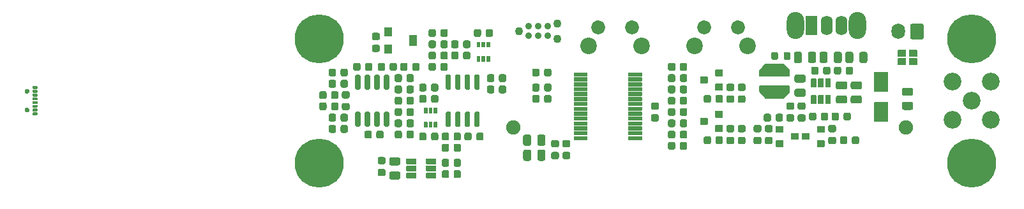
<source format=gts>
G04 #@! TF.GenerationSoftware,KiCad,Pcbnew,5.1.9-73d0e3b20d~88~ubuntu20.04.1*
G04 #@! TF.CreationDate,2021-01-31T23:38:53-08:00*
G04 #@! TF.ProjectId,current-sense,63757272-656e-4742-9d73-656e73652e6b,rev?*
G04 #@! TF.SameCoordinates,Original*
G04 #@! TF.FileFunction,Soldermask,Top*
G04 #@! TF.FilePolarity,Negative*
%FSLAX46Y46*%
G04 Gerber Fmt 4.6, Leading zero omitted, Abs format (unit mm)*
G04 Created by KiCad (PCBNEW 5.1.9-73d0e3b20d~88~ubuntu20.04.1) date 2021-01-31 23:38:53*
%MOMM*%
%LPD*%
G01*
G04 APERTURE LIST*
%ADD10O,2.300000X3.600000*%
%ADD11O,1.600000X2.600000*%
%ADD12C,2.200000*%
%ADD13C,1.850000*%
%ADD14O,1.800000X2.100000*%
%ADD15C,1.900000*%
%ADD16C,0.100000*%
%ADD17C,2.350000*%
%ADD18C,0.900000*%
%ADD19C,6.500000*%
%ADD20O,0.887000X0.887000*%
%ADD21C,1.091000*%
G04 APERTURE END LIST*
D10*
X80600000Y47500000D03*
X72400000Y47500000D03*
D11*
X78500000Y47500000D03*
X76500000Y47500000D03*
G36*
G01*
X73700000Y46250000D02*
X73700000Y48750000D01*
G75*
G02*
X73750000Y48800000I50000J0D01*
G01*
X75250000Y48800000D01*
G75*
G02*
X75300000Y48750000I0J-50000D01*
G01*
X75300000Y46250000D01*
G75*
G02*
X75250000Y46200000I-50000J0D01*
G01*
X73750000Y46200000D01*
G75*
G02*
X73700000Y46250000I0J50000D01*
G01*
G37*
D12*
X66000000Y44760000D03*
D13*
X64750000Y47250000D03*
X60250000Y47250000D03*
D12*
X58990000Y44760000D03*
X52000000Y44760000D03*
D13*
X50750000Y47250000D03*
X46250000Y47250000D03*
D12*
X44990000Y44760000D03*
G36*
G01*
X56475000Y42275000D02*
X56475000Y41725000D01*
G75*
G02*
X56225000Y41475000I-250000J0D01*
G01*
X55725000Y41475000D01*
G75*
G02*
X55475000Y41725000I0J250000D01*
G01*
X55475000Y42275000D01*
G75*
G02*
X55725000Y42525000I250000J0D01*
G01*
X56225000Y42525000D01*
G75*
G02*
X56475000Y42275000I0J-250000D01*
G01*
G37*
G36*
G01*
X58025000Y42275000D02*
X58025000Y41725000D01*
G75*
G02*
X57775000Y41475000I-250000J0D01*
G01*
X57275000Y41475000D01*
G75*
G02*
X57025000Y41725000I0J250000D01*
G01*
X57025000Y42275000D01*
G75*
G02*
X57275000Y42525000I250000J0D01*
G01*
X57775000Y42525000D01*
G75*
G02*
X58025000Y42275000I0J-250000D01*
G01*
G37*
G36*
G01*
X70075000Y43750000D02*
X70075000Y43150000D01*
G75*
G02*
X69850000Y42925000I-225000J0D01*
G01*
X69400000Y42925000D01*
G75*
G02*
X69175000Y43150000I0J225000D01*
G01*
X69175000Y43750000D01*
G75*
G02*
X69400000Y43975000I225000J0D01*
G01*
X69850000Y43975000D01*
G75*
G02*
X70075000Y43750000I0J-225000D01*
G01*
G37*
G36*
G01*
X71725000Y43750000D02*
X71725000Y43150000D01*
G75*
G02*
X71500000Y42925000I-225000J0D01*
G01*
X71050000Y42925000D01*
G75*
G02*
X70825000Y43150000I0J225000D01*
G01*
X70825000Y43750000D01*
G75*
G02*
X71050000Y43975000I225000J0D01*
G01*
X71500000Y43975000D01*
G75*
G02*
X71725000Y43750000I0J-225000D01*
G01*
G37*
G36*
G01*
X82850000Y41300000D02*
X84650000Y41300000D01*
G75*
G02*
X84700000Y41250000I0J-50000D01*
G01*
X84700000Y38750000D01*
G75*
G02*
X84650000Y38700000I-50000J0D01*
G01*
X82850000Y38700000D01*
G75*
G02*
X82800000Y38750000I0J50000D01*
G01*
X82800000Y41250000D01*
G75*
G02*
X82850000Y41300000I50000J0D01*
G01*
G37*
G36*
G01*
X82850000Y37300000D02*
X84650000Y37300000D01*
G75*
G02*
X84700000Y37250000I0J-50000D01*
G01*
X84700000Y34750000D01*
G75*
G02*
X84650000Y34700000I-50000J0D01*
G01*
X82850000Y34700000D01*
G75*
G02*
X82800000Y34750000I0J50000D01*
G01*
X82800000Y37250000D01*
G75*
G02*
X82850000Y37300000I50000J0D01*
G01*
G37*
G36*
G01*
X17900000Y44950000D02*
X18800000Y44950000D01*
G75*
G02*
X18850000Y44900000I0J-50000D01*
G01*
X18850000Y43800000D01*
G75*
G02*
X18800000Y43750000I-50000J0D01*
G01*
X17900000Y43750000D01*
G75*
G02*
X17850000Y43800000I0J50000D01*
G01*
X17850000Y44900000D01*
G75*
G02*
X17900000Y44950000I50000J0D01*
G01*
G37*
G36*
G01*
X21200000Y46250000D02*
X22100000Y46250000D01*
G75*
G02*
X22150000Y46200000I0J-50000D01*
G01*
X22150000Y44800000D01*
G75*
G02*
X22100000Y44750000I-50000J0D01*
G01*
X21200000Y44750000D01*
G75*
G02*
X21150000Y44800000I0J50000D01*
G01*
X21150000Y46200000D01*
G75*
G02*
X21200000Y46250000I50000J0D01*
G01*
G37*
G36*
G01*
X17900000Y47250000D02*
X18800000Y47250000D01*
G75*
G02*
X18850000Y47200000I0J-50000D01*
G01*
X18850000Y46100000D01*
G75*
G02*
X18800000Y46050000I-50000J0D01*
G01*
X17900000Y46050000D01*
G75*
G02*
X17850000Y46100000I0J50000D01*
G01*
X17850000Y47200000D01*
G75*
G02*
X17900000Y47250000I50000J0D01*
G01*
G37*
G36*
G01*
X74175000Y35118750D02*
X74175000Y35681250D01*
G75*
G02*
X74418750Y35925000I243750J0D01*
G01*
X74906250Y35925000D01*
G75*
G02*
X75150000Y35681250I0J-243750D01*
G01*
X75150000Y35118750D01*
G75*
G02*
X74906250Y34875000I-243750J0D01*
G01*
X74418750Y34875000D01*
G75*
G02*
X74175000Y35118750I0J243750D01*
G01*
G37*
G36*
G01*
X75750000Y35118750D02*
X75750000Y35681250D01*
G75*
G02*
X75993750Y35925000I243750J0D01*
G01*
X76481250Y35925000D01*
G75*
G02*
X76725000Y35681250I0J-243750D01*
G01*
X76725000Y35118750D01*
G75*
G02*
X76481250Y34875000I-243750J0D01*
G01*
X75993750Y34875000D01*
G75*
G02*
X75750000Y35118750I0J243750D01*
G01*
G37*
G36*
G01*
X17031250Y45550000D02*
X16468750Y45550000D01*
G75*
G02*
X16225000Y45793750I0J243750D01*
G01*
X16225000Y46281250D01*
G75*
G02*
X16468750Y46525000I243750J0D01*
G01*
X17031250Y46525000D01*
G75*
G02*
X17275000Y46281250I0J-243750D01*
G01*
X17275000Y45793750D01*
G75*
G02*
X17031250Y45550000I-243750J0D01*
G01*
G37*
G36*
G01*
X17031250Y43975000D02*
X16468750Y43975000D01*
G75*
G02*
X16225000Y44218750I0J243750D01*
G01*
X16225000Y44706250D01*
G75*
G02*
X16468750Y44950000I243750J0D01*
G01*
X17031250Y44950000D01*
G75*
G02*
X17275000Y44706250I0J-243750D01*
G01*
X17275000Y44218750D01*
G75*
G02*
X17031250Y43975000I-243750J0D01*
G01*
G37*
D14*
X86000000Y46700000D03*
G36*
G01*
X89400000Y47485295D02*
X89400000Y45914705D01*
G75*
G02*
X89135295Y45650000I-264705J0D01*
G01*
X87864705Y45650000D01*
G75*
G02*
X87600000Y45914705I0J264705D01*
G01*
X87600000Y47485295D01*
G75*
G02*
X87864705Y47750000I264705J0D01*
G01*
X89135295Y47750000D01*
G75*
G02*
X89400000Y47485295I0J-264705D01*
G01*
G37*
D15*
X87000000Y33950000D03*
X35000000Y33950000D03*
G36*
G01*
X79725000Y35681250D02*
X79725000Y35118750D01*
G75*
G02*
X79481250Y34875000I-243750J0D01*
G01*
X78993750Y34875000D01*
G75*
G02*
X78750000Y35118750I0J243750D01*
G01*
X78750000Y35681250D01*
G75*
G02*
X78993750Y35925000I243750J0D01*
G01*
X79481250Y35925000D01*
G75*
G02*
X79725000Y35681250I0J-243750D01*
G01*
G37*
G36*
G01*
X78150000Y35681250D02*
X78150000Y35118750D01*
G75*
G02*
X77906250Y34875000I-243750J0D01*
G01*
X77418750Y34875000D01*
G75*
G02*
X77175000Y35118750I0J243750D01*
G01*
X77175000Y35681250D01*
G75*
G02*
X77418750Y35925000I243750J0D01*
G01*
X77906250Y35925000D01*
G75*
G02*
X78150000Y35681250I0J-243750D01*
G01*
G37*
G36*
G01*
X68175000Y34968750D02*
X68175000Y35531250D01*
G75*
G02*
X68418750Y35775000I243750J0D01*
G01*
X68906250Y35775000D01*
G75*
G02*
X69150000Y35531250I0J-243750D01*
G01*
X69150000Y34968750D01*
G75*
G02*
X68906250Y34725000I-243750J0D01*
G01*
X68418750Y34725000D01*
G75*
G02*
X68175000Y34968750I0J243750D01*
G01*
G37*
G36*
G01*
X69750000Y34968750D02*
X69750000Y35531250D01*
G75*
G02*
X69993750Y35775000I243750J0D01*
G01*
X70481250Y35775000D01*
G75*
G02*
X70725000Y35531250I0J-243750D01*
G01*
X70725000Y34968750D01*
G75*
G02*
X70481250Y34725000I-243750J0D01*
G01*
X69993750Y34725000D01*
G75*
G02*
X69750000Y34968750I0J243750D01*
G01*
G37*
G36*
G01*
X72175000Y42768750D02*
X72175000Y43731250D01*
G75*
G02*
X72443750Y44000000I268750J0D01*
G01*
X72981250Y44000000D01*
G75*
G02*
X73250000Y43731250I0J-268750D01*
G01*
X73250000Y42768750D01*
G75*
G02*
X72981250Y42500000I-268750J0D01*
G01*
X72443750Y42500000D01*
G75*
G02*
X72175000Y42768750I0J268750D01*
G01*
G37*
G36*
G01*
X74050000Y42768750D02*
X74050000Y43731250D01*
G75*
G02*
X74318750Y44000000I268750J0D01*
G01*
X74856250Y44000000D01*
G75*
G02*
X75125000Y43731250I0J-268750D01*
G01*
X75125000Y42768750D01*
G75*
G02*
X74856250Y42500000I-268750J0D01*
G01*
X74318750Y42500000D01*
G75*
G02*
X74050000Y42768750I0J268750D01*
G01*
G37*
G36*
G01*
X72518750Y40975000D02*
X73481250Y40975000D01*
G75*
G02*
X73750000Y40706250I0J-268750D01*
G01*
X73750000Y40168750D01*
G75*
G02*
X73481250Y39900000I-268750J0D01*
G01*
X72518750Y39900000D01*
G75*
G02*
X72250000Y40168750I0J268750D01*
G01*
X72250000Y40706250D01*
G75*
G02*
X72518750Y40975000I268750J0D01*
G01*
G37*
G36*
G01*
X72518750Y39100000D02*
X73481250Y39100000D01*
G75*
G02*
X73750000Y38831250I0J-268750D01*
G01*
X73750000Y38293750D01*
G75*
G02*
X73481250Y38025000I-268750J0D01*
G01*
X72518750Y38025000D01*
G75*
G02*
X72250000Y38293750I0J268750D01*
G01*
X72250000Y38831250D01*
G75*
G02*
X72518750Y39100000I268750J0D01*
G01*
G37*
G36*
G01*
X40218750Y30700000D02*
X40781250Y30700000D01*
G75*
G02*
X41025000Y30456250I0J-243750D01*
G01*
X41025000Y29968750D01*
G75*
G02*
X40781250Y29725000I-243750J0D01*
G01*
X40218750Y29725000D01*
G75*
G02*
X39975000Y29968750I0J243750D01*
G01*
X39975000Y30456250D01*
G75*
G02*
X40218750Y30700000I243750J0D01*
G01*
G37*
G36*
G01*
X40218750Y32275000D02*
X40781250Y32275000D01*
G75*
G02*
X41025000Y32031250I0J-243750D01*
G01*
X41025000Y31543750D01*
G75*
G02*
X40781250Y31300000I-243750J0D01*
G01*
X40218750Y31300000D01*
G75*
G02*
X39975000Y31543750I0J243750D01*
G01*
X39975000Y32031250D01*
G75*
G02*
X40218750Y32275000I243750J0D01*
G01*
G37*
G36*
G01*
X41718750Y30700000D02*
X42281250Y30700000D01*
G75*
G02*
X42525000Y30456250I0J-243750D01*
G01*
X42525000Y29968750D01*
G75*
G02*
X42281250Y29725000I-243750J0D01*
G01*
X41718750Y29725000D01*
G75*
G02*
X41475000Y29968750I0J243750D01*
G01*
X41475000Y30456250D01*
G75*
G02*
X41718750Y30700000I243750J0D01*
G01*
G37*
G36*
G01*
X41718750Y32275000D02*
X42281250Y32275000D01*
G75*
G02*
X42525000Y32031250I0J-243750D01*
G01*
X42525000Y31543750D01*
G75*
G02*
X42281250Y31300000I-243750J0D01*
G01*
X41718750Y31300000D01*
G75*
G02*
X41475000Y31543750I0J243750D01*
G01*
X41475000Y32031250D01*
G75*
G02*
X41718750Y32275000I243750J0D01*
G01*
G37*
D16*
G36*
X70859755Y42399039D02*
G01*
X70869134Y42396194D01*
X70877779Y42391573D01*
X70888028Y42382463D01*
X71588028Y41562463D01*
X71593631Y41554420D01*
X71597557Y41545439D01*
X71599655Y41535865D01*
X71600000Y41530000D01*
X71600000Y40750000D01*
X71599039Y40740245D01*
X71596194Y40730866D01*
X71591573Y40722221D01*
X71585355Y40714645D01*
X71577779Y40708427D01*
X71569134Y40703806D01*
X71559755Y40700961D01*
X71550000Y40700000D01*
X67650000Y40700000D01*
X67640245Y40700961D01*
X67630866Y40703806D01*
X67622221Y40708427D01*
X67614645Y40714645D01*
X67608427Y40722221D01*
X67603806Y40730866D01*
X67600961Y40740245D01*
X67600000Y40750000D01*
X67600000Y41530000D01*
X67600961Y41539755D01*
X67603806Y41549134D01*
X67608427Y41557779D01*
X67611972Y41562463D01*
X68311972Y42382463D01*
X68319036Y42389258D01*
X68327290Y42394545D01*
X68336416Y42398119D01*
X68350000Y42400000D01*
X70850000Y42400000D01*
X70859755Y42399039D01*
G37*
G36*
X68340245Y37800961D02*
G01*
X68330866Y37803806D01*
X68322221Y37808427D01*
X68311972Y37817537D01*
X67611972Y38637537D01*
X67606369Y38645580D01*
X67602443Y38654561D01*
X67600345Y38664135D01*
X67600000Y38670000D01*
X67600000Y39450000D01*
X67600961Y39459755D01*
X67603806Y39469134D01*
X67608427Y39477779D01*
X67614645Y39485355D01*
X67622221Y39491573D01*
X67630866Y39496194D01*
X67640245Y39499039D01*
X67650000Y39500000D01*
X71550000Y39500000D01*
X71559755Y39499039D01*
X71569134Y39496194D01*
X71577779Y39491573D01*
X71585355Y39485355D01*
X71591573Y39477779D01*
X71596194Y39469134D01*
X71599039Y39459755D01*
X71600000Y39450000D01*
X71600000Y38670000D01*
X71599039Y38660245D01*
X71596194Y38650866D01*
X71591573Y38642221D01*
X71588028Y38637537D01*
X70888028Y37817537D01*
X70880964Y37810742D01*
X70872710Y37805455D01*
X70863584Y37801881D01*
X70850000Y37800000D01*
X68350000Y37800000D01*
X68340245Y37800961D01*
G37*
G36*
G01*
X60750000Y35150000D02*
X60750000Y34350000D01*
G75*
G02*
X60700000Y34300000I-50000J0D01*
G01*
X59800000Y34300000D01*
G75*
G02*
X59750000Y34350000I0J50000D01*
G01*
X59750000Y35150000D01*
G75*
G02*
X59800000Y35200000I50000J0D01*
G01*
X60700000Y35200000D01*
G75*
G02*
X60750000Y35150000I0J-50000D01*
G01*
G37*
G36*
G01*
X62750000Y36100000D02*
X62750000Y35300000D01*
G75*
G02*
X62700000Y35250000I-50000J0D01*
G01*
X61800000Y35250000D01*
G75*
G02*
X61750000Y35300000I0J50000D01*
G01*
X61750000Y36100000D01*
G75*
G02*
X61800000Y36150000I50000J0D01*
G01*
X62700000Y36150000D01*
G75*
G02*
X62750000Y36100000I0J-50000D01*
G01*
G37*
G36*
G01*
X62750000Y34200000D02*
X62750000Y33400000D01*
G75*
G02*
X62700000Y33350000I-50000J0D01*
G01*
X61800000Y33350000D01*
G75*
G02*
X61750000Y33400000I0J50000D01*
G01*
X61750000Y34200000D01*
G75*
G02*
X61800000Y34250000I50000J0D01*
G01*
X62700000Y34250000D01*
G75*
G02*
X62750000Y34200000I0J-50000D01*
G01*
G37*
G36*
G01*
X60750000Y40650000D02*
X60750000Y39850000D01*
G75*
G02*
X60700000Y39800000I-50000J0D01*
G01*
X59800000Y39800000D01*
G75*
G02*
X59750000Y39850000I0J50000D01*
G01*
X59750000Y40650000D01*
G75*
G02*
X59800000Y40700000I50000J0D01*
G01*
X60700000Y40700000D01*
G75*
G02*
X60750000Y40650000I0J-50000D01*
G01*
G37*
G36*
G01*
X62750000Y41600000D02*
X62750000Y40800000D01*
G75*
G02*
X62700000Y40750000I-50000J0D01*
G01*
X61800000Y40750000D01*
G75*
G02*
X61750000Y40800000I0J50000D01*
G01*
X61750000Y41600000D01*
G75*
G02*
X61800000Y41650000I50000J0D01*
G01*
X62700000Y41650000D01*
G75*
G02*
X62750000Y41600000I0J-50000D01*
G01*
G37*
G36*
G01*
X62750000Y39700000D02*
X62750000Y38900000D01*
G75*
G02*
X62700000Y38850000I-50000J0D01*
G01*
X61800000Y38850000D01*
G75*
G02*
X61750000Y38900000I0J50000D01*
G01*
X61750000Y39700000D01*
G75*
G02*
X61800000Y39750000I50000J0D01*
G01*
X62700000Y39750000D01*
G75*
G02*
X62750000Y39700000I0J-50000D01*
G01*
G37*
G36*
G01*
X13025000Y34031250D02*
X13025000Y33468750D01*
G75*
G02*
X12781250Y33225000I-243750J0D01*
G01*
X12293750Y33225000D01*
G75*
G02*
X12050000Y33468750I0J243750D01*
G01*
X12050000Y34031250D01*
G75*
G02*
X12293750Y34275000I243750J0D01*
G01*
X12781250Y34275000D01*
G75*
G02*
X13025000Y34031250I0J-243750D01*
G01*
G37*
G36*
G01*
X11450000Y34031250D02*
X11450000Y33468750D01*
G75*
G02*
X11206250Y33225000I-243750J0D01*
G01*
X10718750Y33225000D01*
G75*
G02*
X10475000Y33468750I0J243750D01*
G01*
X10475000Y34031250D01*
G75*
G02*
X10718750Y34275000I243750J0D01*
G01*
X11206250Y34275000D01*
G75*
G02*
X11450000Y34031250I0J-243750D01*
G01*
G37*
G36*
G01*
X10475000Y40968750D02*
X10475000Y41531250D01*
G75*
G02*
X10718750Y41775000I243750J0D01*
G01*
X11206250Y41775000D01*
G75*
G02*
X11450000Y41531250I0J-243750D01*
G01*
X11450000Y40968750D01*
G75*
G02*
X11206250Y40725000I-243750J0D01*
G01*
X10718750Y40725000D01*
G75*
G02*
X10475000Y40968750I0J243750D01*
G01*
G37*
G36*
G01*
X12050000Y40968750D02*
X12050000Y41531250D01*
G75*
G02*
X12293750Y41775000I243750J0D01*
G01*
X12781250Y41775000D01*
G75*
G02*
X13025000Y41531250I0J-243750D01*
G01*
X13025000Y40968750D01*
G75*
G02*
X12781250Y40725000I-243750J0D01*
G01*
X12293750Y40725000D01*
G75*
G02*
X12050000Y40968750I0J243750D01*
G01*
G37*
G36*
G01*
X64031250Y33300000D02*
X63468750Y33300000D01*
G75*
G02*
X63225000Y33543750I0J243750D01*
G01*
X63225000Y34031250D01*
G75*
G02*
X63468750Y34275000I243750J0D01*
G01*
X64031250Y34275000D01*
G75*
G02*
X64275000Y34031250I0J-243750D01*
G01*
X64275000Y33543750D01*
G75*
G02*
X64031250Y33300000I-243750J0D01*
G01*
G37*
G36*
G01*
X64031250Y31725000D02*
X63468750Y31725000D01*
G75*
G02*
X63225000Y31968750I0J243750D01*
G01*
X63225000Y32456250D01*
G75*
G02*
X63468750Y32700000I243750J0D01*
G01*
X64031250Y32700000D01*
G75*
G02*
X64275000Y32456250I0J-243750D01*
G01*
X64275000Y31968750D01*
G75*
G02*
X64031250Y31725000I-243750J0D01*
G01*
G37*
G36*
G01*
X61800000Y31968750D02*
X61800000Y32531250D01*
G75*
G02*
X62043750Y32775000I243750J0D01*
G01*
X62531250Y32775000D01*
G75*
G02*
X62775000Y32531250I0J-243750D01*
G01*
X62775000Y31968750D01*
G75*
G02*
X62531250Y31725000I-243750J0D01*
G01*
X62043750Y31725000D01*
G75*
G02*
X61800000Y31968750I0J243750D01*
G01*
G37*
G36*
G01*
X60225000Y31968750D02*
X60225000Y32531250D01*
G75*
G02*
X60468750Y32775000I243750J0D01*
G01*
X60956250Y32775000D01*
G75*
G02*
X61200000Y32531250I0J-243750D01*
G01*
X61200000Y31968750D01*
G75*
G02*
X60956250Y31725000I-243750J0D01*
G01*
X60468750Y31725000D01*
G75*
G02*
X60225000Y31968750I0J243750D01*
G01*
G37*
G36*
G01*
X63468750Y38200000D02*
X64031250Y38200000D01*
G75*
G02*
X64275000Y37956250I0J-243750D01*
G01*
X64275000Y37468750D01*
G75*
G02*
X64031250Y37225000I-243750J0D01*
G01*
X63468750Y37225000D01*
G75*
G02*
X63225000Y37468750I0J243750D01*
G01*
X63225000Y37956250D01*
G75*
G02*
X63468750Y38200000I243750J0D01*
G01*
G37*
G36*
G01*
X63468750Y39775000D02*
X64031250Y39775000D01*
G75*
G02*
X64275000Y39531250I0J-243750D01*
G01*
X64275000Y39043750D01*
G75*
G02*
X64031250Y38800000I-243750J0D01*
G01*
X63468750Y38800000D01*
G75*
G02*
X63225000Y39043750I0J243750D01*
G01*
X63225000Y39531250D01*
G75*
G02*
X63468750Y39775000I243750J0D01*
G01*
G37*
G36*
G01*
X61800000Y37468750D02*
X61800000Y38031250D01*
G75*
G02*
X62043750Y38275000I243750J0D01*
G01*
X62531250Y38275000D01*
G75*
G02*
X62775000Y38031250I0J-243750D01*
G01*
X62775000Y37468750D01*
G75*
G02*
X62531250Y37225000I-243750J0D01*
G01*
X62043750Y37225000D01*
G75*
G02*
X61800000Y37468750I0J243750D01*
G01*
G37*
G36*
G01*
X60225000Y37468750D02*
X60225000Y38031250D01*
G75*
G02*
X60468750Y38275000I243750J0D01*
G01*
X60956250Y38275000D01*
G75*
G02*
X61200000Y38031250I0J-243750D01*
G01*
X61200000Y37468750D01*
G75*
G02*
X60956250Y37225000I-243750J0D01*
G01*
X60468750Y37225000D01*
G75*
G02*
X60225000Y37468750I0J243750D01*
G01*
G37*
G36*
G01*
X79850000Y31968750D02*
X79850000Y32531250D01*
G75*
G02*
X80093750Y32775000I243750J0D01*
G01*
X80581250Y32775000D01*
G75*
G02*
X80825000Y32531250I0J-243750D01*
G01*
X80825000Y31968750D01*
G75*
G02*
X80581250Y31725000I-243750J0D01*
G01*
X80093750Y31725000D01*
G75*
G02*
X79850000Y31968750I0J243750D01*
G01*
G37*
G36*
G01*
X78275000Y31968750D02*
X78275000Y32531250D01*
G75*
G02*
X78518750Y32775000I243750J0D01*
G01*
X79006250Y32775000D01*
G75*
G02*
X79250000Y32531250I0J-243750D01*
G01*
X79250000Y31968750D01*
G75*
G02*
X79006250Y31725000I-243750J0D01*
G01*
X78518750Y31725000D01*
G75*
G02*
X78275000Y31968750I0J243750D01*
G01*
G37*
G36*
G01*
X67631250Y33300000D02*
X67068750Y33300000D01*
G75*
G02*
X66825000Y33543750I0J243750D01*
G01*
X66825000Y34031250D01*
G75*
G02*
X67068750Y34275000I243750J0D01*
G01*
X67631250Y34275000D01*
G75*
G02*
X67875000Y34031250I0J-243750D01*
G01*
X67875000Y33543750D01*
G75*
G02*
X67631250Y33300000I-243750J0D01*
G01*
G37*
G36*
G01*
X67631250Y31725000D02*
X67068750Y31725000D01*
G75*
G02*
X66825000Y31968750I0J243750D01*
G01*
X66825000Y32456250D01*
G75*
G02*
X67068750Y32700000I243750J0D01*
G01*
X67631250Y32700000D01*
G75*
G02*
X67875000Y32456250I0J-243750D01*
G01*
X67875000Y31968750D01*
G75*
G02*
X67631250Y31725000I-243750J0D01*
G01*
G37*
G36*
G01*
X38450000Y38031250D02*
X38450000Y37468750D01*
G75*
G02*
X38206250Y37225000I-243750J0D01*
G01*
X37718750Y37225000D01*
G75*
G02*
X37475000Y37468750I0J243750D01*
G01*
X37475000Y38031250D01*
G75*
G02*
X37718750Y38275000I243750J0D01*
G01*
X38206250Y38275000D01*
G75*
G02*
X38450000Y38031250I0J-243750D01*
G01*
G37*
G36*
G01*
X40025000Y38031250D02*
X40025000Y37468750D01*
G75*
G02*
X39781250Y37225000I-243750J0D01*
G01*
X39293750Y37225000D01*
G75*
G02*
X39050000Y37468750I0J243750D01*
G01*
X39050000Y38031250D01*
G75*
G02*
X39293750Y38275000I243750J0D01*
G01*
X39781250Y38275000D01*
G75*
G02*
X40025000Y38031250I0J-243750D01*
G01*
G37*
G36*
G01*
X76250000Y32200000D02*
X76250000Y31400000D01*
G75*
G02*
X76200000Y31350000I-50000J0D01*
G01*
X75300000Y31350000D01*
G75*
G02*
X75250000Y31400000I0J50000D01*
G01*
X75250000Y32200000D01*
G75*
G02*
X75300000Y32250000I50000J0D01*
G01*
X76200000Y32250000D01*
G75*
G02*
X76250000Y32200000I0J-50000D01*
G01*
G37*
G36*
G01*
X76250000Y34100000D02*
X76250000Y33300000D01*
G75*
G02*
X76200000Y33250000I-50000J0D01*
G01*
X75300000Y33250000D01*
G75*
G02*
X75250000Y33300000I0J50000D01*
G01*
X75250000Y34100000D01*
G75*
G02*
X75300000Y34150000I50000J0D01*
G01*
X76200000Y34150000D01*
G75*
G02*
X76250000Y34100000I0J-50000D01*
G01*
G37*
G36*
G01*
X74250000Y33150000D02*
X74250000Y32350000D01*
G75*
G02*
X74200000Y32300000I-50000J0D01*
G01*
X73300000Y32300000D01*
G75*
G02*
X73250000Y32350000I0J50000D01*
G01*
X73250000Y33150000D01*
G75*
G02*
X73300000Y33200000I50000J0D01*
G01*
X74200000Y33200000D01*
G75*
G02*
X74250000Y33150000I0J-50000D01*
G01*
G37*
G36*
G01*
X69800000Y33300000D02*
X69800000Y34100000D01*
G75*
G02*
X69850000Y34150000I50000J0D01*
G01*
X70750000Y34150000D01*
G75*
G02*
X70800000Y34100000I0J-50000D01*
G01*
X70800000Y33300000D01*
G75*
G02*
X70750000Y33250000I-50000J0D01*
G01*
X69850000Y33250000D01*
G75*
G02*
X69800000Y33300000I0J50000D01*
G01*
G37*
G36*
G01*
X69800000Y31400000D02*
X69800000Y32200000D01*
G75*
G02*
X69850000Y32250000I50000J0D01*
G01*
X70750000Y32250000D01*
G75*
G02*
X70800000Y32200000I0J-50000D01*
G01*
X70800000Y31400000D01*
G75*
G02*
X70750000Y31350000I-50000J0D01*
G01*
X69850000Y31350000D01*
G75*
G02*
X69800000Y31400000I0J50000D01*
G01*
G37*
G36*
G01*
X71800000Y32350000D02*
X71800000Y33150000D01*
G75*
G02*
X71850000Y33200000I50000J0D01*
G01*
X72750000Y33200000D01*
G75*
G02*
X72800000Y33150000I0J-50000D01*
G01*
X72800000Y32350000D01*
G75*
G02*
X72750000Y32300000I-50000J0D01*
G01*
X71850000Y32300000D01*
G75*
G02*
X71800000Y32350000I0J50000D01*
G01*
G37*
G36*
G01*
X10475000Y34968750D02*
X10475000Y35531250D01*
G75*
G02*
X10718750Y35775000I243750J0D01*
G01*
X11206250Y35775000D01*
G75*
G02*
X11450000Y35531250I0J-243750D01*
G01*
X11450000Y34968750D01*
G75*
G02*
X11206250Y34725000I-243750J0D01*
G01*
X10718750Y34725000D01*
G75*
G02*
X10475000Y34968750I0J243750D01*
G01*
G37*
G36*
G01*
X12050000Y34968750D02*
X12050000Y35531250D01*
G75*
G02*
X12293750Y35775000I243750J0D01*
G01*
X12781250Y35775000D01*
G75*
G02*
X13025000Y35531250I0J-243750D01*
G01*
X13025000Y34968750D01*
G75*
G02*
X12781250Y34725000I-243750J0D01*
G01*
X12293750Y34725000D01*
G75*
G02*
X12050000Y34968750I0J243750D01*
G01*
G37*
G36*
G01*
X10475000Y39468750D02*
X10475000Y40031250D01*
G75*
G02*
X10718750Y40275000I243750J0D01*
G01*
X11206250Y40275000D01*
G75*
G02*
X11450000Y40031250I0J-243750D01*
G01*
X11450000Y39468750D01*
G75*
G02*
X11206250Y39225000I-243750J0D01*
G01*
X10718750Y39225000D01*
G75*
G02*
X10475000Y39468750I0J243750D01*
G01*
G37*
G36*
G01*
X12050000Y39468750D02*
X12050000Y40031250D01*
G75*
G02*
X12293750Y40275000I243750J0D01*
G01*
X12781250Y40275000D01*
G75*
G02*
X13025000Y40031250I0J-243750D01*
G01*
X13025000Y39468750D01*
G75*
G02*
X12781250Y39225000I-243750J0D01*
G01*
X12293750Y39225000D01*
G75*
G02*
X12050000Y39468750I0J243750D01*
G01*
G37*
G36*
G01*
X65531250Y33300000D02*
X64968750Y33300000D01*
G75*
G02*
X64725000Y33543750I0J243750D01*
G01*
X64725000Y34031250D01*
G75*
G02*
X64968750Y34275000I243750J0D01*
G01*
X65531250Y34275000D01*
G75*
G02*
X65775000Y34031250I0J-243750D01*
G01*
X65775000Y33543750D01*
G75*
G02*
X65531250Y33300000I-243750J0D01*
G01*
G37*
G36*
G01*
X65531250Y31725000D02*
X64968750Y31725000D01*
G75*
G02*
X64725000Y31968750I0J243750D01*
G01*
X64725000Y32456250D01*
G75*
G02*
X64968750Y32700000I243750J0D01*
G01*
X65531250Y32700000D01*
G75*
G02*
X65775000Y32456250I0J-243750D01*
G01*
X65775000Y31968750D01*
G75*
G02*
X65531250Y31725000I-243750J0D01*
G01*
G37*
G36*
G01*
X64968750Y38200000D02*
X65531250Y38200000D01*
G75*
G02*
X65775000Y37956250I0J-243750D01*
G01*
X65775000Y37468750D01*
G75*
G02*
X65531250Y37225000I-243750J0D01*
G01*
X64968750Y37225000D01*
G75*
G02*
X64725000Y37468750I0J243750D01*
G01*
X64725000Y37956250D01*
G75*
G02*
X64968750Y38200000I243750J0D01*
G01*
G37*
G36*
G01*
X64968750Y39775000D02*
X65531250Y39775000D01*
G75*
G02*
X65775000Y39531250I0J-243750D01*
G01*
X65775000Y39043750D01*
G75*
G02*
X65531250Y38800000I-243750J0D01*
G01*
X64968750Y38800000D01*
G75*
G02*
X64725000Y39043750I0J243750D01*
G01*
X64725000Y39531250D01*
G75*
G02*
X64968750Y39775000I243750J0D01*
G01*
G37*
G36*
G01*
X76968750Y34275000D02*
X77531250Y34275000D01*
G75*
G02*
X77775000Y34031250I0J-243750D01*
G01*
X77775000Y33543750D01*
G75*
G02*
X77531250Y33300000I-243750J0D01*
G01*
X76968750Y33300000D01*
G75*
G02*
X76725000Y33543750I0J243750D01*
G01*
X76725000Y34031250D01*
G75*
G02*
X76968750Y34275000I243750J0D01*
G01*
G37*
G36*
G01*
X76968750Y32700000D02*
X77531250Y32700000D01*
G75*
G02*
X77775000Y32456250I0J-243750D01*
G01*
X77775000Y31968750D01*
G75*
G02*
X77531250Y31725000I-243750J0D01*
G01*
X76968750Y31725000D01*
G75*
G02*
X76725000Y31968750I0J243750D01*
G01*
X76725000Y32456250D01*
G75*
G02*
X76968750Y32700000I243750J0D01*
G01*
G37*
G36*
G01*
X69131250Y31725000D02*
X68568750Y31725000D01*
G75*
G02*
X68325000Y31968750I0J243750D01*
G01*
X68325000Y32456250D01*
G75*
G02*
X68568750Y32700000I243750J0D01*
G01*
X69131250Y32700000D01*
G75*
G02*
X69375000Y32456250I0J-243750D01*
G01*
X69375000Y31968750D01*
G75*
G02*
X69131250Y31725000I-243750J0D01*
G01*
G37*
G36*
G01*
X69131250Y33300000D02*
X68568750Y33300000D01*
G75*
G02*
X68325000Y33543750I0J243750D01*
G01*
X68325000Y34031250D01*
G75*
G02*
X68568750Y34275000I243750J0D01*
G01*
X69131250Y34275000D01*
G75*
G02*
X69375000Y34031250I0J-243750D01*
G01*
X69375000Y33543750D01*
G75*
G02*
X69131250Y33300000I-243750J0D01*
G01*
G37*
G36*
G01*
X73481250Y34725000D02*
X72918750Y34725000D01*
G75*
G02*
X72675000Y34968750I0J243750D01*
G01*
X72675000Y35456250D01*
G75*
G02*
X72918750Y35700000I243750J0D01*
G01*
X73481250Y35700000D01*
G75*
G02*
X73725000Y35456250I0J-243750D01*
G01*
X73725000Y34968750D01*
G75*
G02*
X73481250Y34725000I-243750J0D01*
G01*
G37*
G36*
G01*
X73481250Y36300000D02*
X72918750Y36300000D01*
G75*
G02*
X72675000Y36543750I0J243750D01*
G01*
X72675000Y37031250D01*
G75*
G02*
X72918750Y37275000I243750J0D01*
G01*
X73481250Y37275000D01*
G75*
G02*
X73725000Y37031250I0J-243750D01*
G01*
X73725000Y36543750D01*
G75*
G02*
X73481250Y36300000I-243750J0D01*
G01*
G37*
G36*
G01*
X71981250Y34725000D02*
X71418750Y34725000D01*
G75*
G02*
X71175000Y34968750I0J243750D01*
G01*
X71175000Y35456250D01*
G75*
G02*
X71418750Y35700000I243750J0D01*
G01*
X71981250Y35700000D01*
G75*
G02*
X72225000Y35456250I0J-243750D01*
G01*
X72225000Y34968750D01*
G75*
G02*
X71981250Y34725000I-243750J0D01*
G01*
G37*
G36*
G01*
X71981250Y36300000D02*
X71418750Y36300000D01*
G75*
G02*
X71175000Y36543750I0J243750D01*
G01*
X71175000Y37031250D01*
G75*
G02*
X71418750Y37275000I243750J0D01*
G01*
X71981250Y37275000D01*
G75*
G02*
X72225000Y37031250I0J-243750D01*
G01*
X72225000Y36543750D01*
G75*
G02*
X71981250Y36300000I-243750J0D01*
G01*
G37*
G36*
G01*
X19225000Y35718750D02*
X19225000Y36281250D01*
G75*
G02*
X19468750Y36525000I243750J0D01*
G01*
X19956250Y36525000D01*
G75*
G02*
X20200000Y36281250I0J-243750D01*
G01*
X20200000Y35718750D01*
G75*
G02*
X19956250Y35475000I-243750J0D01*
G01*
X19468750Y35475000D01*
G75*
G02*
X19225000Y35718750I0J243750D01*
G01*
G37*
G36*
G01*
X20800000Y35718750D02*
X20800000Y36281250D01*
G75*
G02*
X21043750Y36525000I243750J0D01*
G01*
X21531250Y36525000D01*
G75*
G02*
X21775000Y36281250I0J-243750D01*
G01*
X21775000Y35718750D01*
G75*
G02*
X21531250Y35475000I-243750J0D01*
G01*
X21043750Y35475000D01*
G75*
G02*
X20800000Y35718750I0J243750D01*
G01*
G37*
G36*
G01*
X88550000Y44200000D02*
X88550000Y43400000D01*
G75*
G02*
X88500000Y43350000I-50000J0D01*
G01*
X87500000Y43350000D01*
G75*
G02*
X87450000Y43400000I0J50000D01*
G01*
X87450000Y44200000D01*
G75*
G02*
X87500000Y44250000I50000J0D01*
G01*
X88500000Y44250000D01*
G75*
G02*
X88550000Y44200000I0J-50000D01*
G01*
G37*
G36*
G01*
X87050000Y44200000D02*
X87050000Y43400000D01*
G75*
G02*
X87000000Y43350000I-50000J0D01*
G01*
X86000000Y43350000D01*
G75*
G02*
X85950000Y43400000I0J50000D01*
G01*
X85950000Y44200000D01*
G75*
G02*
X86000000Y44250000I50000J0D01*
G01*
X87000000Y44250000D01*
G75*
G02*
X87050000Y44200000I0J-50000D01*
G01*
G37*
G36*
G01*
X87050000Y43100000D02*
X87050000Y42300000D01*
G75*
G02*
X87000000Y42250000I-50000J0D01*
G01*
X86000000Y42250000D01*
G75*
G02*
X85950000Y42300000I0J50000D01*
G01*
X85950000Y43100000D01*
G75*
G02*
X86000000Y43150000I50000J0D01*
G01*
X87000000Y43150000D01*
G75*
G02*
X87050000Y43100000I0J-50000D01*
G01*
G37*
G36*
G01*
X88550000Y43100000D02*
X88550000Y42300000D01*
G75*
G02*
X88500000Y42250000I-50000J0D01*
G01*
X87500000Y42250000D01*
G75*
G02*
X87450000Y42300000I0J50000D01*
G01*
X87450000Y43100000D01*
G75*
G02*
X87500000Y43150000I50000J0D01*
G01*
X88500000Y43150000D01*
G75*
G02*
X88550000Y43100000I0J-50000D01*
G01*
G37*
G36*
G01*
X53468750Y35700000D02*
X54031250Y35700000D01*
G75*
G02*
X54275000Y35456250I0J-243750D01*
G01*
X54275000Y34968750D01*
G75*
G02*
X54031250Y34725000I-243750J0D01*
G01*
X53468750Y34725000D01*
G75*
G02*
X53225000Y34968750I0J243750D01*
G01*
X53225000Y35456250D01*
G75*
G02*
X53468750Y35700000I243750J0D01*
G01*
G37*
G36*
G01*
X53468750Y37275000D02*
X54031250Y37275000D01*
G75*
G02*
X54275000Y37031250I0J-243750D01*
G01*
X54275000Y36543750D01*
G75*
G02*
X54031250Y36300000I-243750J0D01*
G01*
X53468750Y36300000D01*
G75*
G02*
X53225000Y36543750I0J243750D01*
G01*
X53225000Y37031250D01*
G75*
G02*
X53468750Y37275000I243750J0D01*
G01*
G37*
G36*
G01*
X57050000Y40218750D02*
X57050000Y40781250D01*
G75*
G02*
X57293750Y41025000I243750J0D01*
G01*
X57781250Y41025000D01*
G75*
G02*
X58025000Y40781250I0J-243750D01*
G01*
X58025000Y40218750D01*
G75*
G02*
X57781250Y39975000I-243750J0D01*
G01*
X57293750Y39975000D01*
G75*
G02*
X57050000Y40218750I0J243750D01*
G01*
G37*
G36*
G01*
X55475000Y40218750D02*
X55475000Y40781250D01*
G75*
G02*
X55718750Y41025000I243750J0D01*
G01*
X56206250Y41025000D01*
G75*
G02*
X56450000Y40781250I0J-243750D01*
G01*
X56450000Y40218750D01*
G75*
G02*
X56206250Y39975000I-243750J0D01*
G01*
X55718750Y39975000D01*
G75*
G02*
X55475000Y40218750I0J243750D01*
G01*
G37*
G36*
G01*
X86768750Y37350000D02*
X87731250Y37350000D01*
G75*
G02*
X88000000Y37081250I0J-268750D01*
G01*
X88000000Y36543750D01*
G75*
G02*
X87731250Y36275000I-268750J0D01*
G01*
X86768750Y36275000D01*
G75*
G02*
X86500000Y36543750I0J268750D01*
G01*
X86500000Y37081250D01*
G75*
G02*
X86768750Y37350000I268750J0D01*
G01*
G37*
G36*
G01*
X86768750Y39225000D02*
X87731250Y39225000D01*
G75*
G02*
X88000000Y38956250I0J-268750D01*
G01*
X88000000Y38418750D01*
G75*
G02*
X87731250Y38150000I-268750J0D01*
G01*
X86768750Y38150000D01*
G75*
G02*
X86500000Y38418750I0J268750D01*
G01*
X86500000Y38956250D01*
G75*
G02*
X86768750Y39225000I268750J0D01*
G01*
G37*
G36*
G01*
X76075000Y39270000D02*
X75425000Y39270000D01*
G75*
G02*
X75375000Y39320000I0J50000D01*
G01*
X75375000Y40380000D01*
G75*
G02*
X75425000Y40430000I50000J0D01*
G01*
X76075000Y40430000D01*
G75*
G02*
X76125000Y40380000I0J-50000D01*
G01*
X76125000Y39320000D01*
G75*
G02*
X76075000Y39270000I-50000J0D01*
G01*
G37*
G36*
G01*
X75125000Y39270000D02*
X74475000Y39270000D01*
G75*
G02*
X74425000Y39320000I0J50000D01*
G01*
X74425000Y40380000D01*
G75*
G02*
X74475000Y40430000I50000J0D01*
G01*
X75125000Y40430000D01*
G75*
G02*
X75175000Y40380000I0J-50000D01*
G01*
X75175000Y39320000D01*
G75*
G02*
X75125000Y39270000I-50000J0D01*
G01*
G37*
G36*
G01*
X77025000Y39270000D02*
X76375000Y39270000D01*
G75*
G02*
X76325000Y39320000I0J50000D01*
G01*
X76325000Y40380000D01*
G75*
G02*
X76375000Y40430000I50000J0D01*
G01*
X77025000Y40430000D01*
G75*
G02*
X77075000Y40380000I0J-50000D01*
G01*
X77075000Y39320000D01*
G75*
G02*
X77025000Y39270000I-50000J0D01*
G01*
G37*
G36*
G01*
X77025000Y37070000D02*
X76375000Y37070000D01*
G75*
G02*
X76325000Y37120000I0J50000D01*
G01*
X76325000Y38180000D01*
G75*
G02*
X76375000Y38230000I50000J0D01*
G01*
X77025000Y38230000D01*
G75*
G02*
X77075000Y38180000I0J-50000D01*
G01*
X77075000Y37120000D01*
G75*
G02*
X77025000Y37070000I-50000J0D01*
G01*
G37*
G36*
G01*
X76075000Y37070000D02*
X75425000Y37070000D01*
G75*
G02*
X75375000Y37120000I0J50000D01*
G01*
X75375000Y38180000D01*
G75*
G02*
X75425000Y38230000I50000J0D01*
G01*
X76075000Y38230000D01*
G75*
G02*
X76125000Y38180000I0J-50000D01*
G01*
X76125000Y37120000D01*
G75*
G02*
X76075000Y37070000I-50000J0D01*
G01*
G37*
G36*
G01*
X75125000Y37070000D02*
X74475000Y37070000D01*
G75*
G02*
X74425000Y37120000I0J50000D01*
G01*
X74425000Y38180000D01*
G75*
G02*
X74475000Y38230000I50000J0D01*
G01*
X75125000Y38230000D01*
G75*
G02*
X75175000Y38180000I0J-50000D01*
G01*
X75175000Y37120000D01*
G75*
G02*
X75125000Y37070000I-50000J0D01*
G01*
G37*
G36*
G01*
X31450000Y43425000D02*
X31850000Y43425000D01*
G75*
G02*
X31900000Y43375000I0J-50000D01*
G01*
X31900000Y42725000D01*
G75*
G02*
X31850000Y42675000I-50000J0D01*
G01*
X31450000Y42675000D01*
G75*
G02*
X31400000Y42725000I0J50000D01*
G01*
X31400000Y43375000D01*
G75*
G02*
X31450000Y43425000I50000J0D01*
G01*
G37*
G36*
G01*
X30150000Y43425000D02*
X30550000Y43425000D01*
G75*
G02*
X30600000Y43375000I0J-50000D01*
G01*
X30600000Y42725000D01*
G75*
G02*
X30550000Y42675000I-50000J0D01*
G01*
X30150000Y42675000D01*
G75*
G02*
X30100000Y42725000I0J50000D01*
G01*
X30100000Y43375000D01*
G75*
G02*
X30150000Y43425000I50000J0D01*
G01*
G37*
G36*
G01*
X30800000Y45325000D02*
X31200000Y45325000D01*
G75*
G02*
X31250000Y45275000I0J-50000D01*
G01*
X31250000Y44625000D01*
G75*
G02*
X31200000Y44575000I-50000J0D01*
G01*
X30800000Y44575000D01*
G75*
G02*
X30750000Y44625000I0J50000D01*
G01*
X30750000Y45275000D01*
G75*
G02*
X30800000Y45325000I50000J0D01*
G01*
G37*
G36*
G01*
X30800000Y43425000D02*
X31200000Y43425000D01*
G75*
G02*
X31250000Y43375000I0J-50000D01*
G01*
X31250000Y42725000D01*
G75*
G02*
X31200000Y42675000I-50000J0D01*
G01*
X30800000Y42675000D01*
G75*
G02*
X30750000Y42725000I0J50000D01*
G01*
X30750000Y43375000D01*
G75*
G02*
X30800000Y43425000I50000J0D01*
G01*
G37*
G36*
G01*
X30150000Y45325000D02*
X30550000Y45325000D01*
G75*
G02*
X30600000Y45275000I0J-50000D01*
G01*
X30600000Y44625000D01*
G75*
G02*
X30550000Y44575000I-50000J0D01*
G01*
X30150000Y44575000D01*
G75*
G02*
X30100000Y44625000I0J50000D01*
G01*
X30100000Y45275000D01*
G75*
G02*
X30150000Y45325000I50000J0D01*
G01*
G37*
G36*
G01*
X31450000Y45325000D02*
X31850000Y45325000D01*
G75*
G02*
X31900000Y45275000I0J-50000D01*
G01*
X31900000Y44625000D01*
G75*
G02*
X31850000Y44575000I-50000J0D01*
G01*
X31450000Y44575000D01*
G75*
G02*
X31400000Y44625000I0J50000D01*
G01*
X31400000Y45275000D01*
G75*
G02*
X31450000Y45325000I50000J0D01*
G01*
G37*
G36*
G01*
X29980000Y36050000D02*
X30330000Y36050000D01*
G75*
G02*
X30505000Y35875000I0J-175000D01*
G01*
X30505000Y34175000D01*
G75*
G02*
X30330000Y34000000I-175000J0D01*
G01*
X29980000Y34000000D01*
G75*
G02*
X29805000Y34175000I0J175000D01*
G01*
X29805000Y35875000D01*
G75*
G02*
X29980000Y36050000I175000J0D01*
G01*
G37*
G36*
G01*
X28710000Y36050000D02*
X29060000Y36050000D01*
G75*
G02*
X29235000Y35875000I0J-175000D01*
G01*
X29235000Y34175000D01*
G75*
G02*
X29060000Y34000000I-175000J0D01*
G01*
X28710000Y34000000D01*
G75*
G02*
X28535000Y34175000I0J175000D01*
G01*
X28535000Y35875000D01*
G75*
G02*
X28710000Y36050000I175000J0D01*
G01*
G37*
G36*
G01*
X27440000Y36050000D02*
X27790000Y36050000D01*
G75*
G02*
X27965000Y35875000I0J-175000D01*
G01*
X27965000Y34175000D01*
G75*
G02*
X27790000Y34000000I-175000J0D01*
G01*
X27440000Y34000000D01*
G75*
G02*
X27265000Y34175000I0J175000D01*
G01*
X27265000Y35875000D01*
G75*
G02*
X27440000Y36050000I175000J0D01*
G01*
G37*
G36*
G01*
X26170000Y36050000D02*
X26520000Y36050000D01*
G75*
G02*
X26695000Y35875000I0J-175000D01*
G01*
X26695000Y34175000D01*
G75*
G02*
X26520000Y34000000I-175000J0D01*
G01*
X26170000Y34000000D01*
G75*
G02*
X25995000Y34175000I0J175000D01*
G01*
X25995000Y35875000D01*
G75*
G02*
X26170000Y36050000I175000J0D01*
G01*
G37*
G36*
G01*
X26170000Y41000000D02*
X26520000Y41000000D01*
G75*
G02*
X26695000Y40825000I0J-175000D01*
G01*
X26695000Y39125000D01*
G75*
G02*
X26520000Y38950000I-175000J0D01*
G01*
X26170000Y38950000D01*
G75*
G02*
X25995000Y39125000I0J175000D01*
G01*
X25995000Y40825000D01*
G75*
G02*
X26170000Y41000000I175000J0D01*
G01*
G37*
G36*
G01*
X27440000Y41000000D02*
X27790000Y41000000D01*
G75*
G02*
X27965000Y40825000I0J-175000D01*
G01*
X27965000Y39125000D01*
G75*
G02*
X27790000Y38950000I-175000J0D01*
G01*
X27440000Y38950000D01*
G75*
G02*
X27265000Y39125000I0J175000D01*
G01*
X27265000Y40825000D01*
G75*
G02*
X27440000Y41000000I175000J0D01*
G01*
G37*
G36*
G01*
X28710000Y41000000D02*
X29060000Y41000000D01*
G75*
G02*
X29235000Y40825000I0J-175000D01*
G01*
X29235000Y39125000D01*
G75*
G02*
X29060000Y38950000I-175000J0D01*
G01*
X28710000Y38950000D01*
G75*
G02*
X28535000Y39125000I0J175000D01*
G01*
X28535000Y40825000D01*
G75*
G02*
X28710000Y41000000I175000J0D01*
G01*
G37*
G36*
G01*
X29980000Y41000000D02*
X30330000Y41000000D01*
G75*
G02*
X30505000Y40825000I0J-175000D01*
G01*
X30505000Y39125000D01*
G75*
G02*
X30330000Y38950000I-175000J0D01*
G01*
X29980000Y38950000D01*
G75*
G02*
X29805000Y39125000I0J175000D01*
G01*
X29805000Y40825000D01*
G75*
G02*
X29980000Y41000000I175000J0D01*
G01*
G37*
G36*
G01*
X42975000Y40750000D02*
X42975000Y41200000D01*
G75*
G02*
X43025000Y41250000I50000J0D01*
G01*
X44775000Y41250000D01*
G75*
G02*
X44825000Y41200000I0J-50000D01*
G01*
X44825000Y40750000D01*
G75*
G02*
X44775000Y40700000I-50000J0D01*
G01*
X43025000Y40700000D01*
G75*
G02*
X42975000Y40750000I0J50000D01*
G01*
G37*
G36*
G01*
X42975000Y40100000D02*
X42975000Y40550000D01*
G75*
G02*
X43025000Y40600000I50000J0D01*
G01*
X44775000Y40600000D01*
G75*
G02*
X44825000Y40550000I0J-50000D01*
G01*
X44825000Y40100000D01*
G75*
G02*
X44775000Y40050000I-50000J0D01*
G01*
X43025000Y40050000D01*
G75*
G02*
X42975000Y40100000I0J50000D01*
G01*
G37*
G36*
G01*
X42975000Y39450000D02*
X42975000Y39900000D01*
G75*
G02*
X43025000Y39950000I50000J0D01*
G01*
X44775000Y39950000D01*
G75*
G02*
X44825000Y39900000I0J-50000D01*
G01*
X44825000Y39450000D01*
G75*
G02*
X44775000Y39400000I-50000J0D01*
G01*
X43025000Y39400000D01*
G75*
G02*
X42975000Y39450000I0J50000D01*
G01*
G37*
G36*
G01*
X42975000Y38800000D02*
X42975000Y39250000D01*
G75*
G02*
X43025000Y39300000I50000J0D01*
G01*
X44775000Y39300000D01*
G75*
G02*
X44825000Y39250000I0J-50000D01*
G01*
X44825000Y38800000D01*
G75*
G02*
X44775000Y38750000I-50000J0D01*
G01*
X43025000Y38750000D01*
G75*
G02*
X42975000Y38800000I0J50000D01*
G01*
G37*
G36*
G01*
X42975000Y38150000D02*
X42975000Y38600000D01*
G75*
G02*
X43025000Y38650000I50000J0D01*
G01*
X44775000Y38650000D01*
G75*
G02*
X44825000Y38600000I0J-50000D01*
G01*
X44825000Y38150000D01*
G75*
G02*
X44775000Y38100000I-50000J0D01*
G01*
X43025000Y38100000D01*
G75*
G02*
X42975000Y38150000I0J50000D01*
G01*
G37*
G36*
G01*
X42975000Y37500000D02*
X42975000Y37950000D01*
G75*
G02*
X43025000Y38000000I50000J0D01*
G01*
X44775000Y38000000D01*
G75*
G02*
X44825000Y37950000I0J-50000D01*
G01*
X44825000Y37500000D01*
G75*
G02*
X44775000Y37450000I-50000J0D01*
G01*
X43025000Y37450000D01*
G75*
G02*
X42975000Y37500000I0J50000D01*
G01*
G37*
G36*
G01*
X42975000Y36850000D02*
X42975000Y37300000D01*
G75*
G02*
X43025000Y37350000I50000J0D01*
G01*
X44775000Y37350000D01*
G75*
G02*
X44825000Y37300000I0J-50000D01*
G01*
X44825000Y36850000D01*
G75*
G02*
X44775000Y36800000I-50000J0D01*
G01*
X43025000Y36800000D01*
G75*
G02*
X42975000Y36850000I0J50000D01*
G01*
G37*
G36*
G01*
X42975000Y36200000D02*
X42975000Y36650000D01*
G75*
G02*
X43025000Y36700000I50000J0D01*
G01*
X44775000Y36700000D01*
G75*
G02*
X44825000Y36650000I0J-50000D01*
G01*
X44825000Y36200000D01*
G75*
G02*
X44775000Y36150000I-50000J0D01*
G01*
X43025000Y36150000D01*
G75*
G02*
X42975000Y36200000I0J50000D01*
G01*
G37*
G36*
G01*
X42975000Y35550000D02*
X42975000Y36000000D01*
G75*
G02*
X43025000Y36050000I50000J0D01*
G01*
X44775000Y36050000D01*
G75*
G02*
X44825000Y36000000I0J-50000D01*
G01*
X44825000Y35550000D01*
G75*
G02*
X44775000Y35500000I-50000J0D01*
G01*
X43025000Y35500000D01*
G75*
G02*
X42975000Y35550000I0J50000D01*
G01*
G37*
G36*
G01*
X42975000Y34900000D02*
X42975000Y35350000D01*
G75*
G02*
X43025000Y35400000I50000J0D01*
G01*
X44775000Y35400000D01*
G75*
G02*
X44825000Y35350000I0J-50000D01*
G01*
X44825000Y34900000D01*
G75*
G02*
X44775000Y34850000I-50000J0D01*
G01*
X43025000Y34850000D01*
G75*
G02*
X42975000Y34900000I0J50000D01*
G01*
G37*
G36*
G01*
X42975000Y34250000D02*
X42975000Y34700000D01*
G75*
G02*
X43025000Y34750000I50000J0D01*
G01*
X44775000Y34750000D01*
G75*
G02*
X44825000Y34700000I0J-50000D01*
G01*
X44825000Y34250000D01*
G75*
G02*
X44775000Y34200000I-50000J0D01*
G01*
X43025000Y34200000D01*
G75*
G02*
X42975000Y34250000I0J50000D01*
G01*
G37*
G36*
G01*
X42975000Y33600000D02*
X42975000Y34050000D01*
G75*
G02*
X43025000Y34100000I50000J0D01*
G01*
X44775000Y34100000D01*
G75*
G02*
X44825000Y34050000I0J-50000D01*
G01*
X44825000Y33600000D01*
G75*
G02*
X44775000Y33550000I-50000J0D01*
G01*
X43025000Y33550000D01*
G75*
G02*
X42975000Y33600000I0J50000D01*
G01*
G37*
G36*
G01*
X42975000Y32950000D02*
X42975000Y33400000D01*
G75*
G02*
X43025000Y33450000I50000J0D01*
G01*
X44775000Y33450000D01*
G75*
G02*
X44825000Y33400000I0J-50000D01*
G01*
X44825000Y32950000D01*
G75*
G02*
X44775000Y32900000I-50000J0D01*
G01*
X43025000Y32900000D01*
G75*
G02*
X42975000Y32950000I0J50000D01*
G01*
G37*
G36*
G01*
X42975000Y32300000D02*
X42975000Y32750000D01*
G75*
G02*
X43025000Y32800000I50000J0D01*
G01*
X44775000Y32800000D01*
G75*
G02*
X44825000Y32750000I0J-50000D01*
G01*
X44825000Y32300000D01*
G75*
G02*
X44775000Y32250000I-50000J0D01*
G01*
X43025000Y32250000D01*
G75*
G02*
X42975000Y32300000I0J50000D01*
G01*
G37*
G36*
G01*
X50175000Y32300000D02*
X50175000Y32750000D01*
G75*
G02*
X50225000Y32800000I50000J0D01*
G01*
X51975000Y32800000D01*
G75*
G02*
X52025000Y32750000I0J-50000D01*
G01*
X52025000Y32300000D01*
G75*
G02*
X51975000Y32250000I-50000J0D01*
G01*
X50225000Y32250000D01*
G75*
G02*
X50175000Y32300000I0J50000D01*
G01*
G37*
G36*
G01*
X50175000Y32950000D02*
X50175000Y33400000D01*
G75*
G02*
X50225000Y33450000I50000J0D01*
G01*
X51975000Y33450000D01*
G75*
G02*
X52025000Y33400000I0J-50000D01*
G01*
X52025000Y32950000D01*
G75*
G02*
X51975000Y32900000I-50000J0D01*
G01*
X50225000Y32900000D01*
G75*
G02*
X50175000Y32950000I0J50000D01*
G01*
G37*
G36*
G01*
X50175000Y33600000D02*
X50175000Y34050000D01*
G75*
G02*
X50225000Y34100000I50000J0D01*
G01*
X51975000Y34100000D01*
G75*
G02*
X52025000Y34050000I0J-50000D01*
G01*
X52025000Y33600000D01*
G75*
G02*
X51975000Y33550000I-50000J0D01*
G01*
X50225000Y33550000D01*
G75*
G02*
X50175000Y33600000I0J50000D01*
G01*
G37*
G36*
G01*
X50175000Y34250000D02*
X50175000Y34700000D01*
G75*
G02*
X50225000Y34750000I50000J0D01*
G01*
X51975000Y34750000D01*
G75*
G02*
X52025000Y34700000I0J-50000D01*
G01*
X52025000Y34250000D01*
G75*
G02*
X51975000Y34200000I-50000J0D01*
G01*
X50225000Y34200000D01*
G75*
G02*
X50175000Y34250000I0J50000D01*
G01*
G37*
G36*
G01*
X50175000Y34900000D02*
X50175000Y35350000D01*
G75*
G02*
X50225000Y35400000I50000J0D01*
G01*
X51975000Y35400000D01*
G75*
G02*
X52025000Y35350000I0J-50000D01*
G01*
X52025000Y34900000D01*
G75*
G02*
X51975000Y34850000I-50000J0D01*
G01*
X50225000Y34850000D01*
G75*
G02*
X50175000Y34900000I0J50000D01*
G01*
G37*
G36*
G01*
X50175000Y35550000D02*
X50175000Y36000000D01*
G75*
G02*
X50225000Y36050000I50000J0D01*
G01*
X51975000Y36050000D01*
G75*
G02*
X52025000Y36000000I0J-50000D01*
G01*
X52025000Y35550000D01*
G75*
G02*
X51975000Y35500000I-50000J0D01*
G01*
X50225000Y35500000D01*
G75*
G02*
X50175000Y35550000I0J50000D01*
G01*
G37*
G36*
G01*
X50175000Y36200000D02*
X50175000Y36650000D01*
G75*
G02*
X50225000Y36700000I50000J0D01*
G01*
X51975000Y36700000D01*
G75*
G02*
X52025000Y36650000I0J-50000D01*
G01*
X52025000Y36200000D01*
G75*
G02*
X51975000Y36150000I-50000J0D01*
G01*
X50225000Y36150000D01*
G75*
G02*
X50175000Y36200000I0J50000D01*
G01*
G37*
G36*
G01*
X50175000Y36850000D02*
X50175000Y37300000D01*
G75*
G02*
X50225000Y37350000I50000J0D01*
G01*
X51975000Y37350000D01*
G75*
G02*
X52025000Y37300000I0J-50000D01*
G01*
X52025000Y36850000D01*
G75*
G02*
X51975000Y36800000I-50000J0D01*
G01*
X50225000Y36800000D01*
G75*
G02*
X50175000Y36850000I0J50000D01*
G01*
G37*
G36*
G01*
X50175000Y37500000D02*
X50175000Y37950000D01*
G75*
G02*
X50225000Y38000000I50000J0D01*
G01*
X51975000Y38000000D01*
G75*
G02*
X52025000Y37950000I0J-50000D01*
G01*
X52025000Y37500000D01*
G75*
G02*
X51975000Y37450000I-50000J0D01*
G01*
X50225000Y37450000D01*
G75*
G02*
X50175000Y37500000I0J50000D01*
G01*
G37*
G36*
G01*
X50175000Y38150000D02*
X50175000Y38600000D01*
G75*
G02*
X50225000Y38650000I50000J0D01*
G01*
X51975000Y38650000D01*
G75*
G02*
X52025000Y38600000I0J-50000D01*
G01*
X52025000Y38150000D01*
G75*
G02*
X51975000Y38100000I-50000J0D01*
G01*
X50225000Y38100000D01*
G75*
G02*
X50175000Y38150000I0J50000D01*
G01*
G37*
G36*
G01*
X50175000Y38800000D02*
X50175000Y39250000D01*
G75*
G02*
X50225000Y39300000I50000J0D01*
G01*
X51975000Y39300000D01*
G75*
G02*
X52025000Y39250000I0J-50000D01*
G01*
X52025000Y38800000D01*
G75*
G02*
X51975000Y38750000I-50000J0D01*
G01*
X50225000Y38750000D01*
G75*
G02*
X50175000Y38800000I0J50000D01*
G01*
G37*
G36*
G01*
X50175000Y39450000D02*
X50175000Y39900000D01*
G75*
G02*
X50225000Y39950000I50000J0D01*
G01*
X51975000Y39950000D01*
G75*
G02*
X52025000Y39900000I0J-50000D01*
G01*
X52025000Y39450000D01*
G75*
G02*
X51975000Y39400000I-50000J0D01*
G01*
X50225000Y39400000D01*
G75*
G02*
X50175000Y39450000I0J50000D01*
G01*
G37*
G36*
G01*
X50175000Y40100000D02*
X50175000Y40550000D01*
G75*
G02*
X50225000Y40600000I50000J0D01*
G01*
X51975000Y40600000D01*
G75*
G02*
X52025000Y40550000I0J-50000D01*
G01*
X52025000Y40100000D01*
G75*
G02*
X51975000Y40050000I-50000J0D01*
G01*
X50225000Y40050000D01*
G75*
G02*
X50175000Y40100000I0J50000D01*
G01*
G37*
G36*
G01*
X50175000Y40750000D02*
X50175000Y41200000D01*
G75*
G02*
X50225000Y41250000I50000J0D01*
G01*
X51975000Y41250000D01*
G75*
G02*
X52025000Y41200000I0J-50000D01*
G01*
X52025000Y40750000D01*
G75*
G02*
X51975000Y40700000I-50000J0D01*
G01*
X50225000Y40700000D01*
G75*
G02*
X50175000Y40750000I0J50000D01*
G01*
G37*
G36*
G01*
X23550000Y33925000D02*
X23150000Y33925000D01*
G75*
G02*
X23100000Y33975000I0J50000D01*
G01*
X23100000Y34625000D01*
G75*
G02*
X23150000Y34675000I50000J0D01*
G01*
X23550000Y34675000D01*
G75*
G02*
X23600000Y34625000I0J-50000D01*
G01*
X23600000Y33975000D01*
G75*
G02*
X23550000Y33925000I-50000J0D01*
G01*
G37*
G36*
G01*
X24850000Y33925000D02*
X24450000Y33925000D01*
G75*
G02*
X24400000Y33975000I0J50000D01*
G01*
X24400000Y34625000D01*
G75*
G02*
X24450000Y34675000I50000J0D01*
G01*
X24850000Y34675000D01*
G75*
G02*
X24900000Y34625000I0J-50000D01*
G01*
X24900000Y33975000D01*
G75*
G02*
X24850000Y33925000I-50000J0D01*
G01*
G37*
G36*
G01*
X24200000Y35825000D02*
X23800000Y35825000D01*
G75*
G02*
X23750000Y35875000I0J50000D01*
G01*
X23750000Y36525000D01*
G75*
G02*
X23800000Y36575000I50000J0D01*
G01*
X24200000Y36575000D01*
G75*
G02*
X24250000Y36525000I0J-50000D01*
G01*
X24250000Y35875000D01*
G75*
G02*
X24200000Y35825000I-50000J0D01*
G01*
G37*
G36*
G01*
X24200000Y33925000D02*
X23800000Y33925000D01*
G75*
G02*
X23750000Y33975000I0J50000D01*
G01*
X23750000Y34625000D01*
G75*
G02*
X23800000Y34675000I50000J0D01*
G01*
X24200000Y34675000D01*
G75*
G02*
X24250000Y34625000I0J-50000D01*
G01*
X24250000Y33975000D01*
G75*
G02*
X24200000Y33925000I-50000J0D01*
G01*
G37*
G36*
G01*
X24850000Y35825000D02*
X24450000Y35825000D01*
G75*
G02*
X24400000Y35875000I0J50000D01*
G01*
X24400000Y36525000D01*
G75*
G02*
X24450000Y36575000I50000J0D01*
G01*
X24850000Y36575000D01*
G75*
G02*
X24900000Y36525000I0J-50000D01*
G01*
X24900000Y35875000D01*
G75*
G02*
X24850000Y35825000I-50000J0D01*
G01*
G37*
G36*
G01*
X23550000Y35825000D02*
X23150000Y35825000D01*
G75*
G02*
X23100000Y35875000I0J50000D01*
G01*
X23100000Y36525000D01*
G75*
G02*
X23150000Y36575000I50000J0D01*
G01*
X23550000Y36575000D01*
G75*
G02*
X23600000Y36525000I0J-50000D01*
G01*
X23600000Y35875000D01*
G75*
G02*
X23550000Y35825000I-50000J0D01*
G01*
G37*
G36*
G01*
X14520000Y34000000D02*
X14170000Y34000000D01*
G75*
G02*
X13995000Y34175000I0J175000D01*
G01*
X13995000Y35875000D01*
G75*
G02*
X14170000Y36050000I175000J0D01*
G01*
X14520000Y36050000D01*
G75*
G02*
X14695000Y35875000I0J-175000D01*
G01*
X14695000Y34175000D01*
G75*
G02*
X14520000Y34000000I-175000J0D01*
G01*
G37*
G36*
G01*
X15790000Y34000000D02*
X15440000Y34000000D01*
G75*
G02*
X15265000Y34175000I0J175000D01*
G01*
X15265000Y35875000D01*
G75*
G02*
X15440000Y36050000I175000J0D01*
G01*
X15790000Y36050000D01*
G75*
G02*
X15965000Y35875000I0J-175000D01*
G01*
X15965000Y34175000D01*
G75*
G02*
X15790000Y34000000I-175000J0D01*
G01*
G37*
G36*
G01*
X17060000Y34000000D02*
X16710000Y34000000D01*
G75*
G02*
X16535000Y34175000I0J175000D01*
G01*
X16535000Y35875000D01*
G75*
G02*
X16710000Y36050000I175000J0D01*
G01*
X17060000Y36050000D01*
G75*
G02*
X17235000Y35875000I0J-175000D01*
G01*
X17235000Y34175000D01*
G75*
G02*
X17060000Y34000000I-175000J0D01*
G01*
G37*
G36*
G01*
X18330000Y34000000D02*
X17980000Y34000000D01*
G75*
G02*
X17805000Y34175000I0J175000D01*
G01*
X17805000Y35875000D01*
G75*
G02*
X17980000Y36050000I175000J0D01*
G01*
X18330000Y36050000D01*
G75*
G02*
X18505000Y35875000I0J-175000D01*
G01*
X18505000Y34175000D01*
G75*
G02*
X18330000Y34000000I-175000J0D01*
G01*
G37*
G36*
G01*
X18330000Y38950000D02*
X17980000Y38950000D01*
G75*
G02*
X17805000Y39125000I0J175000D01*
G01*
X17805000Y40825000D01*
G75*
G02*
X17980000Y41000000I175000J0D01*
G01*
X18330000Y41000000D01*
G75*
G02*
X18505000Y40825000I0J-175000D01*
G01*
X18505000Y39125000D01*
G75*
G02*
X18330000Y38950000I-175000J0D01*
G01*
G37*
G36*
G01*
X17060000Y38950000D02*
X16710000Y38950000D01*
G75*
G02*
X16535000Y39125000I0J175000D01*
G01*
X16535000Y40825000D01*
G75*
G02*
X16710000Y41000000I175000J0D01*
G01*
X17060000Y41000000D01*
G75*
G02*
X17235000Y40825000I0J-175000D01*
G01*
X17235000Y39125000D01*
G75*
G02*
X17060000Y38950000I-175000J0D01*
G01*
G37*
G36*
G01*
X15790000Y38950000D02*
X15440000Y38950000D01*
G75*
G02*
X15265000Y39125000I0J175000D01*
G01*
X15265000Y40825000D01*
G75*
G02*
X15440000Y41000000I175000J0D01*
G01*
X15790000Y41000000D01*
G75*
G02*
X15965000Y40825000I0J-175000D01*
G01*
X15965000Y39125000D01*
G75*
G02*
X15790000Y38950000I-175000J0D01*
G01*
G37*
G36*
G01*
X14520000Y38950000D02*
X14170000Y38950000D01*
G75*
G02*
X13995000Y39125000I0J175000D01*
G01*
X13995000Y40825000D01*
G75*
G02*
X14170000Y41000000I175000J0D01*
G01*
X14520000Y41000000D01*
G75*
G02*
X14695000Y40825000I0J-175000D01*
G01*
X14695000Y39125000D01*
G75*
G02*
X14520000Y38950000I-175000J0D01*
G01*
G37*
G36*
G01*
X-28725000Y39450000D02*
X-28225000Y39450000D01*
G75*
G02*
X-28125000Y39350000I0J-100000D01*
G01*
X-28125000Y39150000D01*
G75*
G02*
X-28225000Y39050000I-100000J0D01*
G01*
X-28725000Y39050000D01*
G75*
G02*
X-28825000Y39150000I0J100000D01*
G01*
X-28825000Y39350000D01*
G75*
G02*
X-28725000Y39450000I100000J0D01*
G01*
G37*
G36*
G01*
X-28725000Y38950000D02*
X-28225000Y38950000D01*
G75*
G02*
X-28125000Y38850000I0J-100000D01*
G01*
X-28125000Y38650000D01*
G75*
G02*
X-28225000Y38550000I-100000J0D01*
G01*
X-28725000Y38550000D01*
G75*
G02*
X-28825000Y38650000I0J100000D01*
G01*
X-28825000Y38850000D01*
G75*
G02*
X-28725000Y38950000I100000J0D01*
G01*
G37*
G36*
G01*
X-28725000Y38450000D02*
X-28225000Y38450000D01*
G75*
G02*
X-28125000Y38350000I0J-100000D01*
G01*
X-28125000Y38150000D01*
G75*
G02*
X-28225000Y38050000I-100000J0D01*
G01*
X-28725000Y38050000D01*
G75*
G02*
X-28825000Y38150000I0J100000D01*
G01*
X-28825000Y38350000D01*
G75*
G02*
X-28725000Y38450000I100000J0D01*
G01*
G37*
G36*
G01*
X-28725000Y37950000D02*
X-28225000Y37950000D01*
G75*
G02*
X-28125000Y37850000I0J-100000D01*
G01*
X-28125000Y37650000D01*
G75*
G02*
X-28225000Y37550000I-100000J0D01*
G01*
X-28725000Y37550000D01*
G75*
G02*
X-28825000Y37650000I0J100000D01*
G01*
X-28825000Y37850000D01*
G75*
G02*
X-28725000Y37950000I100000J0D01*
G01*
G37*
G36*
G01*
X-28725000Y37450000D02*
X-28225000Y37450000D01*
G75*
G02*
X-28125000Y37350000I0J-100000D01*
G01*
X-28125000Y37150000D01*
G75*
G02*
X-28225000Y37050000I-100000J0D01*
G01*
X-28725000Y37050000D01*
G75*
G02*
X-28825000Y37150000I0J100000D01*
G01*
X-28825000Y37350000D01*
G75*
G02*
X-28725000Y37450000I100000J0D01*
G01*
G37*
G36*
G01*
X-28725000Y36950000D02*
X-28225000Y36950000D01*
G75*
G02*
X-28125000Y36850000I0J-100000D01*
G01*
X-28125000Y36650000D01*
G75*
G02*
X-28225000Y36550000I-100000J0D01*
G01*
X-28725000Y36550000D01*
G75*
G02*
X-28825000Y36650000I0J100000D01*
G01*
X-28825000Y36850000D01*
G75*
G02*
X-28725000Y36950000I100000J0D01*
G01*
G37*
G36*
G01*
X-28725000Y36450000D02*
X-28225000Y36450000D01*
G75*
G02*
X-28125000Y36350000I0J-100000D01*
G01*
X-28125000Y36150000D01*
G75*
G02*
X-28225000Y36050000I-100000J0D01*
G01*
X-28725000Y36050000D01*
G75*
G02*
X-28825000Y36150000I0J100000D01*
G01*
X-28825000Y36350000D01*
G75*
G02*
X-28725000Y36450000I100000J0D01*
G01*
G37*
G36*
G01*
X-28725000Y35950000D02*
X-28225000Y35950000D01*
G75*
G02*
X-28125000Y35850000I0J-100000D01*
G01*
X-28125000Y35650000D01*
G75*
G02*
X-28225000Y35550000I-100000J0D01*
G01*
X-28725000Y35550000D01*
G75*
G02*
X-28825000Y35650000I0J100000D01*
G01*
X-28825000Y35850000D01*
G75*
G02*
X-28725000Y35950000I100000J0D01*
G01*
G37*
G36*
G01*
X-29675000Y36550000D02*
X-29375000Y36550000D01*
G75*
G02*
X-29225000Y36400000I0J-150000D01*
G01*
X-29225000Y36100000D01*
G75*
G02*
X-29375000Y35950000I-150000J0D01*
G01*
X-29675000Y35950000D01*
G75*
G02*
X-29825000Y36100000I0J150000D01*
G01*
X-29825000Y36400000D01*
G75*
G02*
X-29675000Y36550000I150000J0D01*
G01*
G37*
G36*
G01*
X-29675000Y39050000D02*
X-29375000Y39050000D01*
G75*
G02*
X-29225000Y38900000I0J-150000D01*
G01*
X-29225000Y38600000D01*
G75*
G02*
X-29375000Y38450000I-150000J0D01*
G01*
X-29675000Y38450000D01*
G75*
G02*
X-29825000Y38600000I0J150000D01*
G01*
X-29825000Y38900000D01*
G75*
G02*
X-29675000Y39050000I150000J0D01*
G01*
G37*
G36*
G01*
X56450000Y31781250D02*
X56450000Y31218750D01*
G75*
G02*
X56206250Y30975000I-243750J0D01*
G01*
X55718750Y30975000D01*
G75*
G02*
X55475000Y31218750I0J243750D01*
G01*
X55475000Y31781250D01*
G75*
G02*
X55718750Y32025000I243750J0D01*
G01*
X56206250Y32025000D01*
G75*
G02*
X56450000Y31781250I0J-243750D01*
G01*
G37*
G36*
G01*
X58025000Y31781250D02*
X58025000Y31218750D01*
G75*
G02*
X57781250Y30975000I-243750J0D01*
G01*
X57293750Y30975000D01*
G75*
G02*
X57050000Y31218750I0J243750D01*
G01*
X57050000Y31781250D01*
G75*
G02*
X57293750Y32025000I243750J0D01*
G01*
X57781250Y32025000D01*
G75*
G02*
X58025000Y31781250I0J-243750D01*
G01*
G37*
G36*
G01*
X56450000Y34781250D02*
X56450000Y34218750D01*
G75*
G02*
X56206250Y33975000I-243750J0D01*
G01*
X55718750Y33975000D01*
G75*
G02*
X55475000Y34218750I0J243750D01*
G01*
X55475000Y34781250D01*
G75*
G02*
X55718750Y35025000I243750J0D01*
G01*
X56206250Y35025000D01*
G75*
G02*
X56450000Y34781250I0J-243750D01*
G01*
G37*
G36*
G01*
X58025000Y34781250D02*
X58025000Y34218750D01*
G75*
G02*
X57781250Y33975000I-243750J0D01*
G01*
X57293750Y33975000D01*
G75*
G02*
X57050000Y34218750I0J243750D01*
G01*
X57050000Y34781250D01*
G75*
G02*
X57293750Y35025000I243750J0D01*
G01*
X57781250Y35025000D01*
G75*
G02*
X58025000Y34781250I0J-243750D01*
G01*
G37*
G36*
G01*
X26450000Y31531250D02*
X26450000Y30968750D01*
G75*
G02*
X26206250Y30725000I-243750J0D01*
G01*
X25718750Y30725000D01*
G75*
G02*
X25475000Y30968750I0J243750D01*
G01*
X25475000Y31531250D01*
G75*
G02*
X25718750Y31775000I243750J0D01*
G01*
X26206250Y31775000D01*
G75*
G02*
X26450000Y31531250I0J-243750D01*
G01*
G37*
G36*
G01*
X28025000Y31531250D02*
X28025000Y30968750D01*
G75*
G02*
X27781250Y30725000I-243750J0D01*
G01*
X27293750Y30725000D01*
G75*
G02*
X27050000Y30968750I0J243750D01*
G01*
X27050000Y31531250D01*
G75*
G02*
X27293750Y31775000I243750J0D01*
G01*
X27781250Y31775000D01*
G75*
G02*
X28025000Y31531250I0J-243750D01*
G01*
G37*
G36*
G01*
X56450000Y33281250D02*
X56450000Y32718750D01*
G75*
G02*
X56206250Y32475000I-243750J0D01*
G01*
X55718750Y32475000D01*
G75*
G02*
X55475000Y32718750I0J243750D01*
G01*
X55475000Y33281250D01*
G75*
G02*
X55718750Y33525000I243750J0D01*
G01*
X56206250Y33525000D01*
G75*
G02*
X56450000Y33281250I0J-243750D01*
G01*
G37*
G36*
G01*
X58025000Y33281250D02*
X58025000Y32718750D01*
G75*
G02*
X57781250Y32475000I-243750J0D01*
G01*
X57293750Y32475000D01*
G75*
G02*
X57050000Y32718750I0J243750D01*
G01*
X57050000Y33281250D01*
G75*
G02*
X57293750Y33525000I243750J0D01*
G01*
X57781250Y33525000D01*
G75*
G02*
X58025000Y33281250I0J-243750D01*
G01*
G37*
G36*
G01*
X56450000Y37781250D02*
X56450000Y37218750D01*
G75*
G02*
X56206250Y36975000I-243750J0D01*
G01*
X55718750Y36975000D01*
G75*
G02*
X55475000Y37218750I0J243750D01*
G01*
X55475000Y37781250D01*
G75*
G02*
X55718750Y38025000I243750J0D01*
G01*
X56206250Y38025000D01*
G75*
G02*
X56450000Y37781250I0J-243750D01*
G01*
G37*
G36*
G01*
X58025000Y37781250D02*
X58025000Y37218750D01*
G75*
G02*
X57781250Y36975000I-243750J0D01*
G01*
X57293750Y36975000D01*
G75*
G02*
X57050000Y37218750I0J243750D01*
G01*
X57050000Y37781250D01*
G75*
G02*
X57293750Y38025000I243750J0D01*
G01*
X57781250Y38025000D01*
G75*
G02*
X58025000Y37781250I0J-243750D01*
G01*
G37*
G36*
G01*
X56450000Y36281250D02*
X56450000Y35718750D01*
G75*
G02*
X56206250Y35475000I-243750J0D01*
G01*
X55718750Y35475000D01*
G75*
G02*
X55475000Y35718750I0J243750D01*
G01*
X55475000Y36281250D01*
G75*
G02*
X55718750Y36525000I243750J0D01*
G01*
X56206250Y36525000D01*
G75*
G02*
X56450000Y36281250I0J-243750D01*
G01*
G37*
G36*
G01*
X58025000Y36281250D02*
X58025000Y35718750D01*
G75*
G02*
X57781250Y35475000I-243750J0D01*
G01*
X57293750Y35475000D01*
G75*
G02*
X57050000Y35718750I0J243750D01*
G01*
X57050000Y36281250D01*
G75*
G02*
X57293750Y36525000I243750J0D01*
G01*
X57781250Y36525000D01*
G75*
G02*
X58025000Y36281250I0J-243750D01*
G01*
G37*
G36*
G01*
X75450000Y41781250D02*
X75450000Y41218750D01*
G75*
G02*
X75206250Y40975000I-243750J0D01*
G01*
X74718750Y40975000D01*
G75*
G02*
X74475000Y41218750I0J243750D01*
G01*
X74475000Y41781250D01*
G75*
G02*
X74718750Y42025000I243750J0D01*
G01*
X75206250Y42025000D01*
G75*
G02*
X75450000Y41781250I0J-243750D01*
G01*
G37*
G36*
G01*
X77025000Y41781250D02*
X77025000Y41218750D01*
G75*
G02*
X76781250Y40975000I-243750J0D01*
G01*
X76293750Y40975000D01*
G75*
G02*
X76050000Y41218750I0J243750D01*
G01*
X76050000Y41781250D01*
G75*
G02*
X76293750Y42025000I243750J0D01*
G01*
X76781250Y42025000D01*
G75*
G02*
X77025000Y41781250I0J-243750D01*
G01*
G37*
G36*
G01*
X78450000Y41781250D02*
X78450000Y41218750D01*
G75*
G02*
X78206250Y40975000I-243750J0D01*
G01*
X77718750Y40975000D01*
G75*
G02*
X77475000Y41218750I0J243750D01*
G01*
X77475000Y41781250D01*
G75*
G02*
X77718750Y42025000I243750J0D01*
G01*
X78206250Y42025000D01*
G75*
G02*
X78450000Y41781250I0J-243750D01*
G01*
G37*
G36*
G01*
X80025000Y41781250D02*
X80025000Y41218750D01*
G75*
G02*
X79781250Y40975000I-243750J0D01*
G01*
X79293750Y40975000D01*
G75*
G02*
X79050000Y41218750I0J243750D01*
G01*
X79050000Y41781250D01*
G75*
G02*
X79293750Y42025000I243750J0D01*
G01*
X79781250Y42025000D01*
G75*
G02*
X80025000Y41781250I0J-243750D01*
G01*
G37*
G36*
G01*
X32450000Y39281250D02*
X32450000Y38718750D01*
G75*
G02*
X32206250Y38475000I-243750J0D01*
G01*
X31718750Y38475000D01*
G75*
G02*
X31475000Y38718750I0J243750D01*
G01*
X31475000Y39281250D01*
G75*
G02*
X31718750Y39525000I243750J0D01*
G01*
X32206250Y39525000D01*
G75*
G02*
X32450000Y39281250I0J-243750D01*
G01*
G37*
G36*
G01*
X34025000Y39281250D02*
X34025000Y38718750D01*
G75*
G02*
X33781250Y38475000I-243750J0D01*
G01*
X33293750Y38475000D01*
G75*
G02*
X33050000Y38718750I0J243750D01*
G01*
X33050000Y39281250D01*
G75*
G02*
X33293750Y39525000I243750J0D01*
G01*
X33781250Y39525000D01*
G75*
G02*
X34025000Y39281250I0J-243750D01*
G01*
G37*
G36*
G01*
X33050000Y40218750D02*
X33050000Y40781250D01*
G75*
G02*
X33293750Y41025000I243750J0D01*
G01*
X33781250Y41025000D01*
G75*
G02*
X34025000Y40781250I0J-243750D01*
G01*
X34025000Y40218750D01*
G75*
G02*
X33781250Y39975000I-243750J0D01*
G01*
X33293750Y39975000D01*
G75*
G02*
X33050000Y40218750I0J243750D01*
G01*
G37*
G36*
G01*
X31475000Y40218750D02*
X31475000Y40781250D01*
G75*
G02*
X31718750Y41025000I243750J0D01*
G01*
X32206250Y41025000D01*
G75*
G02*
X32450000Y40781250I0J-243750D01*
G01*
X32450000Y40218750D01*
G75*
G02*
X32206250Y39975000I-243750J0D01*
G01*
X31718750Y39975000D01*
G75*
G02*
X31475000Y40218750I0J243750D01*
G01*
G37*
G36*
G01*
X27700000Y45281250D02*
X27700000Y44718750D01*
G75*
G02*
X27456250Y44475000I-243750J0D01*
G01*
X26968750Y44475000D01*
G75*
G02*
X26725000Y44718750I0J243750D01*
G01*
X26725000Y45281250D01*
G75*
G02*
X26968750Y45525000I243750J0D01*
G01*
X27456250Y45525000D01*
G75*
G02*
X27700000Y45281250I0J-243750D01*
G01*
G37*
G36*
G01*
X29275000Y45281250D02*
X29275000Y44718750D01*
G75*
G02*
X29031250Y44475000I-243750J0D01*
G01*
X28543750Y44475000D01*
G75*
G02*
X28300000Y44718750I0J243750D01*
G01*
X28300000Y45281250D01*
G75*
G02*
X28543750Y45525000I243750J0D01*
G01*
X29031250Y45525000D01*
G75*
G02*
X29275000Y45281250I0J-243750D01*
G01*
G37*
G36*
G01*
X27700000Y43781250D02*
X27700000Y43218750D01*
G75*
G02*
X27456250Y42975000I-243750J0D01*
G01*
X26968750Y42975000D01*
G75*
G02*
X26725000Y43218750I0J243750D01*
G01*
X26725000Y43781250D01*
G75*
G02*
X26968750Y44025000I243750J0D01*
G01*
X27456250Y44025000D01*
G75*
G02*
X27700000Y43781250I0J-243750D01*
G01*
G37*
G36*
G01*
X29275000Y43781250D02*
X29275000Y43218750D01*
G75*
G02*
X29031250Y42975000I-243750J0D01*
G01*
X28543750Y42975000D01*
G75*
G02*
X28300000Y43218750I0J243750D01*
G01*
X28300000Y43781250D01*
G75*
G02*
X28543750Y44025000I243750J0D01*
G01*
X29031250Y44025000D01*
G75*
G02*
X29275000Y43781250I0J-243750D01*
G01*
G37*
G36*
G01*
X24700000Y43781250D02*
X24700000Y43218750D01*
G75*
G02*
X24456250Y42975000I-243750J0D01*
G01*
X23968750Y42975000D01*
G75*
G02*
X23725000Y43218750I0J243750D01*
G01*
X23725000Y43781250D01*
G75*
G02*
X23968750Y44025000I243750J0D01*
G01*
X24456250Y44025000D01*
G75*
G02*
X24700000Y43781250I0J-243750D01*
G01*
G37*
G36*
G01*
X26275000Y43781250D02*
X26275000Y43218750D01*
G75*
G02*
X26031250Y42975000I-243750J0D01*
G01*
X25543750Y42975000D01*
G75*
G02*
X25300000Y43218750I0J243750D01*
G01*
X25300000Y43781250D01*
G75*
G02*
X25543750Y44025000I243750J0D01*
G01*
X26031250Y44025000D01*
G75*
G02*
X26275000Y43781250I0J-243750D01*
G01*
G37*
G36*
G01*
X57050000Y38718750D02*
X57050000Y39281250D01*
G75*
G02*
X57293750Y39525000I243750J0D01*
G01*
X57781250Y39525000D01*
G75*
G02*
X58025000Y39281250I0J-243750D01*
G01*
X58025000Y38718750D01*
G75*
G02*
X57781250Y38475000I-243750J0D01*
G01*
X57293750Y38475000D01*
G75*
G02*
X57050000Y38718750I0J243750D01*
G01*
G37*
G36*
G01*
X55475000Y38718750D02*
X55475000Y39281250D01*
G75*
G02*
X55718750Y39525000I243750J0D01*
G01*
X56206250Y39525000D01*
G75*
G02*
X56450000Y39281250I0J-243750D01*
G01*
X56450000Y38718750D01*
G75*
G02*
X56206250Y38475000I-243750J0D01*
G01*
X55718750Y38475000D01*
G75*
G02*
X55475000Y38718750I0J243750D01*
G01*
G37*
G36*
G01*
X24700000Y45281250D02*
X24700000Y44718750D01*
G75*
G02*
X24456250Y44475000I-243750J0D01*
G01*
X23968750Y44475000D01*
G75*
G02*
X23725000Y44718750I0J243750D01*
G01*
X23725000Y45281250D01*
G75*
G02*
X23968750Y45525000I243750J0D01*
G01*
X24456250Y45525000D01*
G75*
G02*
X24700000Y45281250I0J-243750D01*
G01*
G37*
G36*
G01*
X26275000Y45281250D02*
X26275000Y44718750D01*
G75*
G02*
X26031250Y44475000I-243750J0D01*
G01*
X25543750Y44475000D01*
G75*
G02*
X25300000Y44718750I0J243750D01*
G01*
X25300000Y45281250D01*
G75*
G02*
X25543750Y45525000I243750J0D01*
G01*
X26031250Y45525000D01*
G75*
G02*
X26275000Y45281250I0J-243750D01*
G01*
G37*
G36*
G01*
X21775000Y39281250D02*
X21775000Y38718750D01*
G75*
G02*
X21531250Y38475000I-243750J0D01*
G01*
X21043750Y38475000D01*
G75*
G02*
X20800000Y38718750I0J243750D01*
G01*
X20800000Y39281250D01*
G75*
G02*
X21043750Y39525000I243750J0D01*
G01*
X21531250Y39525000D01*
G75*
G02*
X21775000Y39281250I0J-243750D01*
G01*
G37*
G36*
G01*
X20200000Y39281250D02*
X20200000Y38718750D01*
G75*
G02*
X19956250Y38475000I-243750J0D01*
G01*
X19468750Y38475000D01*
G75*
G02*
X19225000Y38718750I0J243750D01*
G01*
X19225000Y39281250D01*
G75*
G02*
X19468750Y39525000I243750J0D01*
G01*
X19956250Y39525000D01*
G75*
G02*
X20200000Y39281250I0J-243750D01*
G01*
G37*
G36*
G01*
X39050000Y38968750D02*
X39050000Y39531250D01*
G75*
G02*
X39293750Y39775000I243750J0D01*
G01*
X39781250Y39775000D01*
G75*
G02*
X40025000Y39531250I0J-243750D01*
G01*
X40025000Y38968750D01*
G75*
G02*
X39781250Y38725000I-243750J0D01*
G01*
X39293750Y38725000D01*
G75*
G02*
X39050000Y38968750I0J243750D01*
G01*
G37*
G36*
G01*
X37475000Y38968750D02*
X37475000Y39531250D01*
G75*
G02*
X37718750Y39775000I243750J0D01*
G01*
X38206250Y39775000D01*
G75*
G02*
X38450000Y39531250I0J-243750D01*
G01*
X38450000Y38968750D01*
G75*
G02*
X38206250Y38725000I-243750J0D01*
G01*
X37718750Y38725000D01*
G75*
G02*
X37475000Y38968750I0J243750D01*
G01*
G37*
G36*
G01*
X39050000Y40968750D02*
X39050000Y41531250D01*
G75*
G02*
X39293750Y41775000I243750J0D01*
G01*
X39781250Y41775000D01*
G75*
G02*
X40025000Y41531250I0J-243750D01*
G01*
X40025000Y40968750D01*
G75*
G02*
X39781250Y40725000I-243750J0D01*
G01*
X39293750Y40725000D01*
G75*
G02*
X39050000Y40968750I0J243750D01*
G01*
G37*
G36*
G01*
X37475000Y40968750D02*
X37475000Y41531250D01*
G75*
G02*
X37718750Y41775000I243750J0D01*
G01*
X38206250Y41775000D01*
G75*
G02*
X38450000Y41531250I0J-243750D01*
G01*
X38450000Y40968750D01*
G75*
G02*
X38206250Y40725000I-243750J0D01*
G01*
X37718750Y40725000D01*
G75*
G02*
X37475000Y40968750I0J243750D01*
G01*
G37*
G36*
G01*
X19225000Y40218750D02*
X19225000Y40781250D01*
G75*
G02*
X19468750Y41025000I243750J0D01*
G01*
X19956250Y41025000D01*
G75*
G02*
X20200000Y40781250I0J-243750D01*
G01*
X20200000Y40218750D01*
G75*
G02*
X19956250Y39975000I-243750J0D01*
G01*
X19468750Y39975000D01*
G75*
G02*
X19225000Y40218750I0J243750D01*
G01*
G37*
G36*
G01*
X20800000Y40218750D02*
X20800000Y40781250D01*
G75*
G02*
X21043750Y41025000I243750J0D01*
G01*
X21531250Y41025000D01*
G75*
G02*
X21775000Y40781250I0J-243750D01*
G01*
X21775000Y40218750D01*
G75*
G02*
X21531250Y39975000I-243750J0D01*
G01*
X21043750Y39975000D01*
G75*
G02*
X20800000Y40218750I0J243750D01*
G01*
G37*
G36*
G01*
X16975000Y41718750D02*
X16975000Y42281250D01*
G75*
G02*
X17218750Y42525000I243750J0D01*
G01*
X17706250Y42525000D01*
G75*
G02*
X17950000Y42281250I0J-243750D01*
G01*
X17950000Y41718750D01*
G75*
G02*
X17706250Y41475000I-243750J0D01*
G01*
X17218750Y41475000D01*
G75*
G02*
X16975000Y41718750I0J243750D01*
G01*
G37*
G36*
G01*
X18550000Y41718750D02*
X18550000Y42281250D01*
G75*
G02*
X18793750Y42525000I243750J0D01*
G01*
X19281250Y42525000D01*
G75*
G02*
X19525000Y42281250I0J-243750D01*
G01*
X19525000Y41718750D01*
G75*
G02*
X19281250Y41475000I-243750J0D01*
G01*
X18793750Y41475000D01*
G75*
G02*
X18550000Y41718750I0J243750D01*
G01*
G37*
G36*
G01*
X19975000Y41718750D02*
X19975000Y42281250D01*
G75*
G02*
X20218750Y42525000I243750J0D01*
G01*
X20706250Y42525000D01*
G75*
G02*
X20950000Y42281250I0J-243750D01*
G01*
X20950000Y41718750D01*
G75*
G02*
X20706250Y41475000I-243750J0D01*
G01*
X20218750Y41475000D01*
G75*
G02*
X19975000Y41718750I0J243750D01*
G01*
G37*
G36*
G01*
X21550000Y41718750D02*
X21550000Y42281250D01*
G75*
G02*
X21793750Y42525000I243750J0D01*
G01*
X22281250Y42525000D01*
G75*
G02*
X22525000Y42281250I0J-243750D01*
G01*
X22525000Y41718750D01*
G75*
G02*
X22281250Y41475000I-243750J0D01*
G01*
X21793750Y41475000D01*
G75*
G02*
X21550000Y41718750I0J243750D01*
G01*
G37*
G36*
G01*
X11775000Y38531250D02*
X11775000Y37968750D01*
G75*
G02*
X11531250Y37725000I-243750J0D01*
G01*
X11043750Y37725000D01*
G75*
G02*
X10800000Y37968750I0J243750D01*
G01*
X10800000Y38531250D01*
G75*
G02*
X11043750Y38775000I243750J0D01*
G01*
X11531250Y38775000D01*
G75*
G02*
X11775000Y38531250I0J-243750D01*
G01*
G37*
G36*
G01*
X10200000Y38531250D02*
X10200000Y37968750D01*
G75*
G02*
X9956250Y37725000I-243750J0D01*
G01*
X9468750Y37725000D01*
G75*
G02*
X9225000Y37968750I0J243750D01*
G01*
X9225000Y38531250D01*
G75*
G02*
X9468750Y38775000I243750J0D01*
G01*
X9956250Y38775000D01*
G75*
G02*
X10200000Y38531250I0J-243750D01*
G01*
G37*
G36*
G01*
X11775000Y37031250D02*
X11775000Y36468750D01*
G75*
G02*
X11531250Y36225000I-243750J0D01*
G01*
X11043750Y36225000D01*
G75*
G02*
X10800000Y36468750I0J243750D01*
G01*
X10800000Y37031250D01*
G75*
G02*
X11043750Y37275000I243750J0D01*
G01*
X11531250Y37275000D01*
G75*
G02*
X11775000Y37031250I0J-243750D01*
G01*
G37*
G36*
G01*
X10200000Y37031250D02*
X10200000Y36468750D01*
G75*
G02*
X9956250Y36225000I-243750J0D01*
G01*
X9468750Y36225000D01*
G75*
G02*
X9225000Y36468750I0J243750D01*
G01*
X9225000Y37031250D01*
G75*
G02*
X9468750Y37275000I243750J0D01*
G01*
X9956250Y37275000D01*
G75*
G02*
X10200000Y37031250I0J-243750D01*
G01*
G37*
G36*
G01*
X26450000Y29531250D02*
X26450000Y28968750D01*
G75*
G02*
X26206250Y28725000I-243750J0D01*
G01*
X25718750Y28725000D01*
G75*
G02*
X25475000Y28968750I0J243750D01*
G01*
X25475000Y29531250D01*
G75*
G02*
X25718750Y29775000I243750J0D01*
G01*
X26206250Y29775000D01*
G75*
G02*
X26450000Y29531250I0J-243750D01*
G01*
G37*
G36*
G01*
X28025000Y29531250D02*
X28025000Y28968750D01*
G75*
G02*
X27781250Y28725000I-243750J0D01*
G01*
X27293750Y28725000D01*
G75*
G02*
X27050000Y28968750I0J243750D01*
G01*
X27050000Y29531250D01*
G75*
G02*
X27293750Y29775000I243750J0D01*
G01*
X27781250Y29775000D01*
G75*
G02*
X28025000Y29531250I0J-243750D01*
G01*
G37*
G36*
G01*
X21775000Y37781250D02*
X21775000Y37218750D01*
G75*
G02*
X21531250Y36975000I-243750J0D01*
G01*
X21043750Y36975000D01*
G75*
G02*
X20800000Y37218750I0J243750D01*
G01*
X20800000Y37781250D01*
G75*
G02*
X21043750Y38025000I243750J0D01*
G01*
X21531250Y38025000D01*
G75*
G02*
X21775000Y37781250I0J-243750D01*
G01*
G37*
G36*
G01*
X20200000Y37781250D02*
X20200000Y37218750D01*
G75*
G02*
X19956250Y36975000I-243750J0D01*
G01*
X19468750Y36975000D01*
G75*
G02*
X19225000Y37218750I0J243750D01*
G01*
X19225000Y37781250D01*
G75*
G02*
X19468750Y38025000I243750J0D01*
G01*
X19956250Y38025000D01*
G75*
G02*
X20200000Y37781250I0J-243750D01*
G01*
G37*
G36*
G01*
X19225000Y34218750D02*
X19225000Y34781250D01*
G75*
G02*
X19468750Y35025000I243750J0D01*
G01*
X19956250Y35025000D01*
G75*
G02*
X20200000Y34781250I0J-243750D01*
G01*
X20200000Y34218750D01*
G75*
G02*
X19956250Y33975000I-243750J0D01*
G01*
X19468750Y33975000D01*
G75*
G02*
X19225000Y34218750I0J243750D01*
G01*
G37*
G36*
G01*
X20800000Y34218750D02*
X20800000Y34781250D01*
G75*
G02*
X21043750Y35025000I243750J0D01*
G01*
X21531250Y35025000D01*
G75*
G02*
X21775000Y34781250I0J-243750D01*
G01*
X21775000Y34218750D01*
G75*
G02*
X21531250Y33975000I-243750J0D01*
G01*
X21043750Y33975000D01*
G75*
G02*
X20800000Y34218750I0J243750D01*
G01*
G37*
G36*
G01*
X27050000Y27468750D02*
X27050000Y28031250D01*
G75*
G02*
X27293750Y28275000I243750J0D01*
G01*
X27781250Y28275000D01*
G75*
G02*
X28025000Y28031250I0J-243750D01*
G01*
X28025000Y27468750D01*
G75*
G02*
X27781250Y27225000I-243750J0D01*
G01*
X27293750Y27225000D01*
G75*
G02*
X27050000Y27468750I0J243750D01*
G01*
G37*
G36*
G01*
X25475000Y27468750D02*
X25475000Y28031250D01*
G75*
G02*
X25718750Y28275000I243750J0D01*
G01*
X26206250Y28275000D01*
G75*
G02*
X26450000Y28031250I0J-243750D01*
G01*
X26450000Y27468750D01*
G75*
G02*
X26206250Y27225000I-243750J0D01*
G01*
X25718750Y27225000D01*
G75*
G02*
X25475000Y27468750I0J243750D01*
G01*
G37*
G36*
G01*
X22100000Y27875000D02*
X22100000Y27225000D01*
G75*
G02*
X22050000Y27175000I-50000J0D01*
G01*
X20830000Y27175000D01*
G75*
G02*
X20780000Y27225000I0J50000D01*
G01*
X20780000Y27875000D01*
G75*
G02*
X20830000Y27925000I50000J0D01*
G01*
X22050000Y27925000D01*
G75*
G02*
X22100000Y27875000I0J-50000D01*
G01*
G37*
G36*
G01*
X22100000Y28825000D02*
X22100000Y28175000D01*
G75*
G02*
X22050000Y28125000I-50000J0D01*
G01*
X20830000Y28125000D01*
G75*
G02*
X20780000Y28175000I0J50000D01*
G01*
X20780000Y28825000D01*
G75*
G02*
X20830000Y28875000I50000J0D01*
G01*
X22050000Y28875000D01*
G75*
G02*
X22100000Y28825000I0J-50000D01*
G01*
G37*
G36*
G01*
X22100000Y29775000D02*
X22100000Y29125000D01*
G75*
G02*
X22050000Y29075000I-50000J0D01*
G01*
X20830000Y29075000D01*
G75*
G02*
X20780000Y29125000I0J50000D01*
G01*
X20780000Y29775000D01*
G75*
G02*
X20830000Y29825000I50000J0D01*
G01*
X22050000Y29825000D01*
G75*
G02*
X22100000Y29775000I0J-50000D01*
G01*
G37*
G36*
G01*
X24720000Y29775000D02*
X24720000Y29125000D01*
G75*
G02*
X24670000Y29075000I-50000J0D01*
G01*
X23450000Y29075000D01*
G75*
G02*
X23400000Y29125000I0J50000D01*
G01*
X23400000Y29775000D01*
G75*
G02*
X23450000Y29825000I50000J0D01*
G01*
X24670000Y29825000D01*
G75*
G02*
X24720000Y29775000I0J-50000D01*
G01*
G37*
G36*
G01*
X24720000Y28825000D02*
X24720000Y28175000D01*
G75*
G02*
X24670000Y28125000I-50000J0D01*
G01*
X23450000Y28125000D01*
G75*
G02*
X23400000Y28175000I0J50000D01*
G01*
X23400000Y28825000D01*
G75*
G02*
X23450000Y28875000I50000J0D01*
G01*
X24670000Y28875000D01*
G75*
G02*
X24720000Y28825000I0J-50000D01*
G01*
G37*
G36*
G01*
X24720000Y27875000D02*
X24720000Y27225000D01*
G75*
G02*
X24670000Y27175000I-50000J0D01*
G01*
X23450000Y27175000D01*
G75*
G02*
X23400000Y27225000I0J50000D01*
G01*
X23400000Y27875000D01*
G75*
G02*
X23450000Y27925000I50000J0D01*
G01*
X24670000Y27925000D01*
G75*
G02*
X24720000Y27875000I0J-50000D01*
G01*
G37*
D17*
X93210000Y34960000D03*
X98290000Y34960000D03*
X98290000Y40040000D03*
X93210000Y40040000D03*
X95750000Y37500000D03*
D18*
X11000000Y44000000D03*
X7500000Y47500000D03*
X7500000Y44000000D03*
X9250000Y43250000D03*
X6750000Y45750000D03*
X9250000Y48250000D03*
X11000000Y47500000D03*
X11750000Y45750000D03*
D19*
X9250000Y45750000D03*
D18*
X97500000Y44000000D03*
X94000000Y47500000D03*
X94000000Y44000000D03*
X95750000Y43250000D03*
X93250000Y45750000D03*
X95750000Y48250000D03*
X97500000Y47500000D03*
X98250000Y45750000D03*
D19*
X95750000Y45750000D03*
D20*
X36980000Y46115000D03*
X36980000Y47385000D03*
X38250000Y46115000D03*
X38250000Y47385000D03*
X39520000Y46115000D03*
X39520000Y47385000D03*
D21*
X40790000Y47766000D03*
X40790000Y45734000D03*
X35710000Y46750000D03*
D18*
X11000000Y27500000D03*
X7500000Y31000000D03*
X7500000Y27500000D03*
X9250000Y26750000D03*
X6750000Y29250000D03*
X9250000Y31750000D03*
X11000000Y31000000D03*
X11750000Y29250000D03*
D19*
X9250000Y29250000D03*
D18*
X97500000Y27500000D03*
X94000000Y31000000D03*
X94000000Y27500000D03*
X95750000Y26750000D03*
X93250000Y29250000D03*
X95750000Y31750000D03*
X97500000Y31000000D03*
X98250000Y29250000D03*
D19*
X95750000Y29250000D03*
G36*
G01*
X78975000Y42768750D02*
X78975000Y43731250D01*
G75*
G02*
X79243750Y44000000I268750J0D01*
G01*
X79781250Y44000000D01*
G75*
G02*
X80050000Y43731250I0J-268750D01*
G01*
X80050000Y42768750D01*
G75*
G02*
X79781250Y42500000I-268750J0D01*
G01*
X79243750Y42500000D01*
G75*
G02*
X78975000Y42768750I0J268750D01*
G01*
G37*
G36*
G01*
X80850000Y42768750D02*
X80850000Y43731250D01*
G75*
G02*
X81118750Y44000000I268750J0D01*
G01*
X81656250Y44000000D01*
G75*
G02*
X81925000Y43731250I0J-268750D01*
G01*
X81925000Y42768750D01*
G75*
G02*
X81656250Y42500000I-268750J0D01*
G01*
X81118750Y42500000D01*
G75*
G02*
X80850000Y42768750I0J268750D01*
G01*
G37*
G36*
G01*
X78525000Y43731250D02*
X78525000Y42768750D01*
G75*
G02*
X78256250Y42500000I-268750J0D01*
G01*
X77718750Y42500000D01*
G75*
G02*
X77450000Y42768750I0J268750D01*
G01*
X77450000Y43731250D01*
G75*
G02*
X77718750Y44000000I268750J0D01*
G01*
X78256250Y44000000D01*
G75*
G02*
X78525000Y43731250I0J-268750D01*
G01*
G37*
G36*
G01*
X76650000Y43731250D02*
X76650000Y42768750D01*
G75*
G02*
X76381250Y42500000I-268750J0D01*
G01*
X75843750Y42500000D01*
G75*
G02*
X75575000Y42768750I0J268750D01*
G01*
X75575000Y43731250D01*
G75*
G02*
X75843750Y44000000I268750J0D01*
G01*
X76381250Y44000000D01*
G75*
G02*
X76650000Y43731250I0J-268750D01*
G01*
G37*
G36*
G01*
X78018750Y38200000D02*
X78981250Y38200000D01*
G75*
G02*
X79250000Y37931250I0J-268750D01*
G01*
X79250000Y37393750D01*
G75*
G02*
X78981250Y37125000I-268750J0D01*
G01*
X78018750Y37125000D01*
G75*
G02*
X77750000Y37393750I0J268750D01*
G01*
X77750000Y37931250D01*
G75*
G02*
X78018750Y38200000I268750J0D01*
G01*
G37*
G36*
G01*
X78018750Y40075000D02*
X78981250Y40075000D01*
G75*
G02*
X79250000Y39806250I0J-268750D01*
G01*
X79250000Y39268750D01*
G75*
G02*
X78981250Y39000000I-268750J0D01*
G01*
X78018750Y39000000D01*
G75*
G02*
X77750000Y39268750I0J268750D01*
G01*
X77750000Y39806250D01*
G75*
G02*
X78018750Y40075000I268750J0D01*
G01*
G37*
G36*
G01*
X79968750Y38200000D02*
X80931250Y38200000D01*
G75*
G02*
X81200000Y37931250I0J-268750D01*
G01*
X81200000Y37393750D01*
G75*
G02*
X80931250Y37125000I-268750J0D01*
G01*
X79968750Y37125000D01*
G75*
G02*
X79700000Y37393750I0J268750D01*
G01*
X79700000Y37931250D01*
G75*
G02*
X79968750Y38200000I268750J0D01*
G01*
G37*
G36*
G01*
X79968750Y40075000D02*
X80931250Y40075000D01*
G75*
G02*
X81200000Y39806250I0J-268750D01*
G01*
X81200000Y39268750D01*
G75*
G02*
X80931250Y39000000I-268750J0D01*
G01*
X79968750Y39000000D01*
G75*
G02*
X79700000Y39268750I0J268750D01*
G01*
X79700000Y39806250D01*
G75*
G02*
X79968750Y40075000I268750J0D01*
G01*
G37*
G36*
G01*
X22475000Y32468750D02*
X22475000Y33031250D01*
G75*
G02*
X22718750Y33275000I243750J0D01*
G01*
X23206250Y33275000D01*
G75*
G02*
X23450000Y33031250I0J-243750D01*
G01*
X23450000Y32468750D01*
G75*
G02*
X23206250Y32225000I-243750J0D01*
G01*
X22718750Y32225000D01*
G75*
G02*
X22475000Y32468750I0J243750D01*
G01*
G37*
G36*
G01*
X24050000Y32468750D02*
X24050000Y33031250D01*
G75*
G02*
X24293750Y33275000I243750J0D01*
G01*
X24781250Y33275000D01*
G75*
G02*
X25025000Y33031250I0J-243750D01*
G01*
X25025000Y32468750D01*
G75*
G02*
X24781250Y32225000I-243750J0D01*
G01*
X24293750Y32225000D01*
G75*
G02*
X24050000Y32468750I0J243750D01*
G01*
G37*
G36*
G01*
X25300000Y41718750D02*
X25300000Y42281250D01*
G75*
G02*
X25543750Y42525000I243750J0D01*
G01*
X26031250Y42525000D01*
G75*
G02*
X26275000Y42281250I0J-243750D01*
G01*
X26275000Y41718750D01*
G75*
G02*
X26031250Y41475000I-243750J0D01*
G01*
X25543750Y41475000D01*
G75*
G02*
X25300000Y41718750I0J243750D01*
G01*
G37*
G36*
G01*
X23725000Y41718750D02*
X23725000Y42281250D01*
G75*
G02*
X23968750Y42525000I243750J0D01*
G01*
X24456250Y42525000D01*
G75*
G02*
X24700000Y42281250I0J-243750D01*
G01*
X24700000Y41718750D01*
G75*
G02*
X24456250Y41475000I-243750J0D01*
G01*
X23968750Y41475000D01*
G75*
G02*
X23725000Y41718750I0J243750D01*
G01*
G37*
G36*
G01*
X31025000Y33031250D02*
X31025000Y32468750D01*
G75*
G02*
X30781250Y32225000I-243750J0D01*
G01*
X30293750Y32225000D01*
G75*
G02*
X30050000Y32468750I0J243750D01*
G01*
X30050000Y33031250D01*
G75*
G02*
X30293750Y33275000I243750J0D01*
G01*
X30781250Y33275000D01*
G75*
G02*
X31025000Y33031250I0J-243750D01*
G01*
G37*
G36*
G01*
X29450000Y33031250D02*
X29450000Y32468750D01*
G75*
G02*
X29206250Y32225000I-243750J0D01*
G01*
X28718750Y32225000D01*
G75*
G02*
X28475000Y32468750I0J243750D01*
G01*
X28475000Y33031250D01*
G75*
G02*
X28718750Y33275000I243750J0D01*
G01*
X29206250Y33275000D01*
G75*
G02*
X29450000Y33031250I0J-243750D01*
G01*
G37*
G36*
G01*
X36275000Y31768750D02*
X36275000Y32731250D01*
G75*
G02*
X36543750Y33000000I268750J0D01*
G01*
X37081250Y33000000D01*
G75*
G02*
X37350000Y32731250I0J-268750D01*
G01*
X37350000Y31768750D01*
G75*
G02*
X37081250Y31500000I-268750J0D01*
G01*
X36543750Y31500000D01*
G75*
G02*
X36275000Y31768750I0J268750D01*
G01*
G37*
G36*
G01*
X38150000Y31768750D02*
X38150000Y32731250D01*
G75*
G02*
X38418750Y33000000I268750J0D01*
G01*
X38956250Y33000000D01*
G75*
G02*
X39225000Y32731250I0J-268750D01*
G01*
X39225000Y31768750D01*
G75*
G02*
X38956250Y31500000I-268750J0D01*
G01*
X38418750Y31500000D01*
G75*
G02*
X38150000Y31768750I0J268750D01*
G01*
G37*
G36*
G01*
X39225000Y30731250D02*
X39225000Y29768750D01*
G75*
G02*
X38956250Y29500000I-268750J0D01*
G01*
X38418750Y29500000D01*
G75*
G02*
X38150000Y29768750I0J268750D01*
G01*
X38150000Y30731250D01*
G75*
G02*
X38418750Y31000000I268750J0D01*
G01*
X38956250Y31000000D01*
G75*
G02*
X39225000Y30731250I0J-268750D01*
G01*
G37*
G36*
G01*
X37350000Y30731250D02*
X37350000Y29768750D01*
G75*
G02*
X37081250Y29500000I-268750J0D01*
G01*
X36543750Y29500000D01*
G75*
G02*
X36275000Y29768750I0J268750D01*
G01*
X36275000Y30731250D01*
G75*
G02*
X36543750Y31000000I268750J0D01*
G01*
X37081250Y31000000D01*
G75*
G02*
X37350000Y30731250I0J-268750D01*
G01*
G37*
G36*
G01*
X30700000Y46781250D02*
X30700000Y46218750D01*
G75*
G02*
X30456250Y45975000I-243750J0D01*
G01*
X29968750Y45975000D01*
G75*
G02*
X29725000Y46218750I0J243750D01*
G01*
X29725000Y46781250D01*
G75*
G02*
X29968750Y47025000I243750J0D01*
G01*
X30456250Y47025000D01*
G75*
G02*
X30700000Y46781250I0J-243750D01*
G01*
G37*
G36*
G01*
X32275000Y46781250D02*
X32275000Y46218750D01*
G75*
G02*
X32031250Y45975000I-243750J0D01*
G01*
X31543750Y45975000D01*
G75*
G02*
X31300000Y46218750I0J243750D01*
G01*
X31300000Y46781250D01*
G75*
G02*
X31543750Y47025000I243750J0D01*
G01*
X32031250Y47025000D01*
G75*
G02*
X32275000Y46781250I0J-243750D01*
G01*
G37*
G36*
G01*
X17775000Y33281250D02*
X17775000Y32718750D01*
G75*
G02*
X17531250Y32475000I-243750J0D01*
G01*
X17043750Y32475000D01*
G75*
G02*
X16800000Y32718750I0J243750D01*
G01*
X16800000Y33281250D01*
G75*
G02*
X17043750Y33525000I243750J0D01*
G01*
X17531250Y33525000D01*
G75*
G02*
X17775000Y33281250I0J-243750D01*
G01*
G37*
G36*
G01*
X16200000Y33281250D02*
X16200000Y32718750D01*
G75*
G02*
X15956250Y32475000I-243750J0D01*
G01*
X15468750Y32475000D01*
G75*
G02*
X15225000Y32718750I0J243750D01*
G01*
X15225000Y33281250D01*
G75*
G02*
X15468750Y33525000I243750J0D01*
G01*
X15956250Y33525000D01*
G75*
G02*
X16200000Y33281250I0J-243750D01*
G01*
G37*
G36*
G01*
X16275000Y42281250D02*
X16275000Y41718750D01*
G75*
G02*
X16031250Y41475000I-243750J0D01*
G01*
X15543750Y41475000D01*
G75*
G02*
X15300000Y41718750I0J243750D01*
G01*
X15300000Y42281250D01*
G75*
G02*
X15543750Y42525000I243750J0D01*
G01*
X16031250Y42525000D01*
G75*
G02*
X16275000Y42281250I0J-243750D01*
G01*
G37*
G36*
G01*
X14700000Y42281250D02*
X14700000Y41718750D01*
G75*
G02*
X14456250Y41475000I-243750J0D01*
G01*
X13968750Y41475000D01*
G75*
G02*
X13725000Y41718750I0J243750D01*
G01*
X13725000Y42281250D01*
G75*
G02*
X13968750Y42525000I243750J0D01*
G01*
X14456250Y42525000D01*
G75*
G02*
X14700000Y42281250I0J-243750D01*
G01*
G37*
G36*
G01*
X28025000Y33031250D02*
X28025000Y32468750D01*
G75*
G02*
X27781250Y32225000I-243750J0D01*
G01*
X27293750Y32225000D01*
G75*
G02*
X27050000Y32468750I0J243750D01*
G01*
X27050000Y33031250D01*
G75*
G02*
X27293750Y33275000I243750J0D01*
G01*
X27781250Y33275000D01*
G75*
G02*
X28025000Y33031250I0J-243750D01*
G01*
G37*
G36*
G01*
X26450000Y33031250D02*
X26450000Y32468750D01*
G75*
G02*
X26206250Y32225000I-243750J0D01*
G01*
X25718750Y32225000D01*
G75*
G02*
X25475000Y32468750I0J243750D01*
G01*
X25475000Y33031250D01*
G75*
G02*
X25718750Y33275000I243750J0D01*
G01*
X26206250Y33275000D01*
G75*
G02*
X26450000Y33031250I0J-243750D01*
G01*
G37*
G36*
G01*
X25300000Y46218750D02*
X25300000Y46781250D01*
G75*
G02*
X25543750Y47025000I243750J0D01*
G01*
X26031250Y47025000D01*
G75*
G02*
X26275000Y46781250I0J-243750D01*
G01*
X26275000Y46218750D01*
G75*
G02*
X26031250Y45975000I-243750J0D01*
G01*
X25543750Y45975000D01*
G75*
G02*
X25300000Y46218750I0J243750D01*
G01*
G37*
G36*
G01*
X23725000Y46218750D02*
X23725000Y46781250D01*
G75*
G02*
X23968750Y47025000I243750J0D01*
G01*
X24456250Y47025000D01*
G75*
G02*
X24700000Y46781250I0J-243750D01*
G01*
X24700000Y46218750D01*
G75*
G02*
X24456250Y45975000I-243750J0D01*
G01*
X23968750Y45975000D01*
G75*
G02*
X23725000Y46218750I0J243750D01*
G01*
G37*
G36*
G01*
X22475000Y38968750D02*
X22475000Y39531250D01*
G75*
G02*
X22718750Y39775000I243750J0D01*
G01*
X23206250Y39775000D01*
G75*
G02*
X23450000Y39531250I0J-243750D01*
G01*
X23450000Y38968750D01*
G75*
G02*
X23206250Y38725000I-243750J0D01*
G01*
X22718750Y38725000D01*
G75*
G02*
X22475000Y38968750I0J243750D01*
G01*
G37*
G36*
G01*
X24050000Y38968750D02*
X24050000Y39531250D01*
G75*
G02*
X24293750Y39775000I243750J0D01*
G01*
X24781250Y39775000D01*
G75*
G02*
X25025000Y39531250I0J-243750D01*
G01*
X25025000Y38968750D01*
G75*
G02*
X24781250Y38725000I-243750J0D01*
G01*
X24293750Y38725000D01*
G75*
G02*
X24050000Y38968750I0J243750D01*
G01*
G37*
G36*
G01*
X22475000Y37468750D02*
X22475000Y38031250D01*
G75*
G02*
X22718750Y38275000I243750J0D01*
G01*
X23206250Y38275000D01*
G75*
G02*
X23450000Y38031250I0J-243750D01*
G01*
X23450000Y37468750D01*
G75*
G02*
X23206250Y37225000I-243750J0D01*
G01*
X22718750Y37225000D01*
G75*
G02*
X22475000Y37468750I0J243750D01*
G01*
G37*
G36*
G01*
X24050000Y37468750D02*
X24050000Y38031250D01*
G75*
G02*
X24293750Y38275000I243750J0D01*
G01*
X24781250Y38275000D01*
G75*
G02*
X25025000Y38031250I0J-243750D01*
G01*
X25025000Y37468750D01*
G75*
G02*
X24781250Y37225000I-243750J0D01*
G01*
X24293750Y37225000D01*
G75*
G02*
X24050000Y37468750I0J243750D01*
G01*
G37*
G36*
G01*
X13031250Y36225000D02*
X12468750Y36225000D01*
G75*
G02*
X12225000Y36468750I0J243750D01*
G01*
X12225000Y36956250D01*
G75*
G02*
X12468750Y37200000I243750J0D01*
G01*
X13031250Y37200000D01*
G75*
G02*
X13275000Y36956250I0J-243750D01*
G01*
X13275000Y36468750D01*
G75*
G02*
X13031250Y36225000I-243750J0D01*
G01*
G37*
G36*
G01*
X13031250Y37800000D02*
X12468750Y37800000D01*
G75*
G02*
X12225000Y38043750I0J243750D01*
G01*
X12225000Y38531250D01*
G75*
G02*
X12468750Y38775000I243750J0D01*
G01*
X13031250Y38775000D01*
G75*
G02*
X13275000Y38531250I0J-243750D01*
G01*
X13275000Y38043750D01*
G75*
G02*
X13031250Y37800000I-243750J0D01*
G01*
G37*
G36*
G01*
X17781250Y29050000D02*
X17218750Y29050000D01*
G75*
G02*
X16975000Y29293750I0J243750D01*
G01*
X16975000Y29781250D01*
G75*
G02*
X17218750Y30025000I243750J0D01*
G01*
X17781250Y30025000D01*
G75*
G02*
X18025000Y29781250I0J-243750D01*
G01*
X18025000Y29293750D01*
G75*
G02*
X17781250Y29050000I-243750J0D01*
G01*
G37*
G36*
G01*
X17781250Y27475000D02*
X17218750Y27475000D01*
G75*
G02*
X16975000Y27718750I0J243750D01*
G01*
X16975000Y28206250D01*
G75*
G02*
X17218750Y28450000I243750J0D01*
G01*
X17781250Y28450000D01*
G75*
G02*
X18025000Y28206250I0J-243750D01*
G01*
X18025000Y27718750D01*
G75*
G02*
X17781250Y27475000I-243750J0D01*
G01*
G37*
G36*
G01*
X19225000Y32718750D02*
X19225000Y33281250D01*
G75*
G02*
X19468750Y33525000I243750J0D01*
G01*
X19956250Y33525000D01*
G75*
G02*
X20200000Y33281250I0J-243750D01*
G01*
X20200000Y32718750D01*
G75*
G02*
X19956250Y32475000I-243750J0D01*
G01*
X19468750Y32475000D01*
G75*
G02*
X19225000Y32718750I0J243750D01*
G01*
G37*
G36*
G01*
X20800000Y32718750D02*
X20800000Y33281250D01*
G75*
G02*
X21043750Y33525000I243750J0D01*
G01*
X21531250Y33525000D01*
G75*
G02*
X21775000Y33281250I0J-243750D01*
G01*
X21775000Y32718750D01*
G75*
G02*
X21531250Y32475000I-243750J0D01*
G01*
X21043750Y32475000D01*
G75*
G02*
X20800000Y32718750I0J243750D01*
G01*
G37*
G36*
G01*
X19731250Y28900000D02*
X18768750Y28900000D01*
G75*
G02*
X18500000Y29168750I0J268750D01*
G01*
X18500000Y29706250D01*
G75*
G02*
X18768750Y29975000I268750J0D01*
G01*
X19731250Y29975000D01*
G75*
G02*
X20000000Y29706250I0J-268750D01*
G01*
X20000000Y29168750D01*
G75*
G02*
X19731250Y28900000I-268750J0D01*
G01*
G37*
G36*
G01*
X19731250Y27025000D02*
X18768750Y27025000D01*
G75*
G02*
X18500000Y27293750I0J268750D01*
G01*
X18500000Y27831250D01*
G75*
G02*
X18768750Y28100000I268750J0D01*
G01*
X19731250Y28100000D01*
G75*
G02*
X20000000Y27831250I0J-268750D01*
G01*
X20000000Y27293750D01*
G75*
G02*
X19731250Y27025000I-268750J0D01*
G01*
G37*
M02*

</source>
